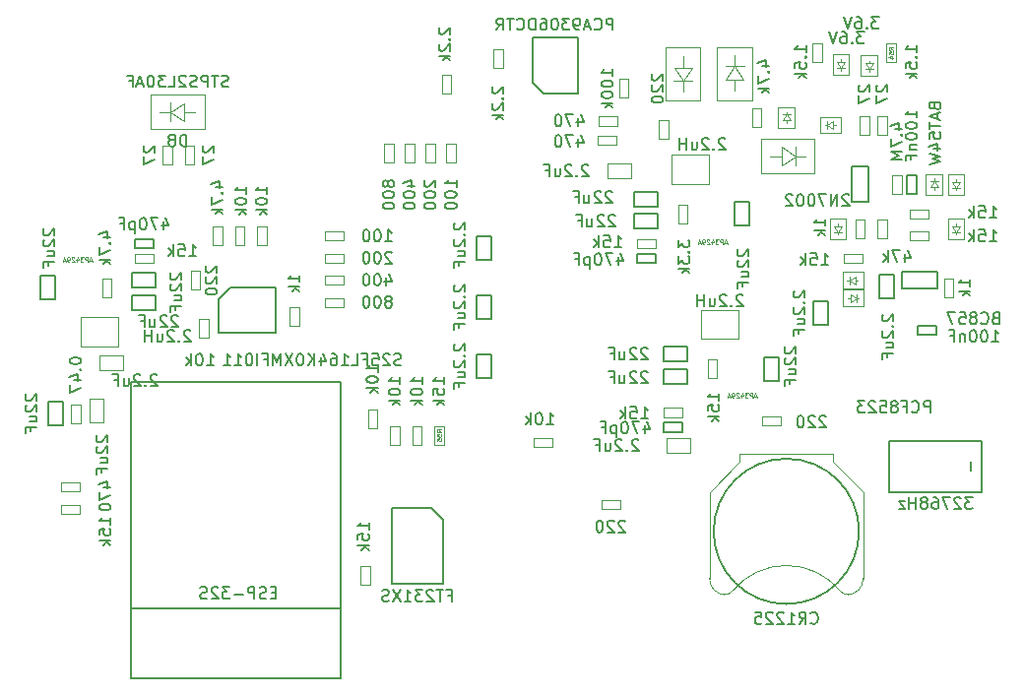
<source format=gbr>
G04 #@! TF.FileFunction,Other,Fab,Bot*
%FSLAX46Y46*%
G04 Gerber Fmt 4.6, Leading zero omitted, Abs format (unit mm)*
G04 Created by KiCad (PCBNEW 4.0.7+dfsg1-1) date Thu Oct 12 14:50:03 2017*
%MOMM*%
%LPD*%
G01*
G04 APERTURE LIST*
%ADD10C,0.100000*%
%ADD11C,0.150000*%
%ADD12C,0.075000*%
G04 APERTURE END LIST*
D10*
D11*
X126260434Y-112530338D02*
X108260434Y-112530338D01*
X108260434Y-118530338D02*
X108260434Y-93030338D01*
X126260434Y-118530338D02*
X126260434Y-93030338D01*
X126260434Y-93030338D02*
X108260434Y-93030338D01*
X126260434Y-118530338D02*
X108260434Y-118530338D01*
D10*
X154195000Y-64200000D02*
X154195000Y-68800000D01*
X154195000Y-68800000D02*
X157195000Y-68800000D01*
X157195000Y-64200000D02*
X154195000Y-64200000D01*
X157195000Y-64200000D02*
X157195000Y-68800000D01*
X155693980Y-67149440D02*
X155693980Y-68051140D01*
X155693980Y-65998820D02*
X155693980Y-65000600D01*
X156494080Y-67149440D02*
X154893880Y-67149440D01*
X154944680Y-65998820D02*
X156494080Y-65998820D01*
X155693980Y-67149440D02*
X154944680Y-65998820D01*
X155693980Y-67149440D02*
X156494080Y-65998820D01*
X153644000Y-72126000D02*
X154444000Y-72126000D01*
X153644000Y-70526000D02*
X153644000Y-72126000D01*
X154444000Y-70526000D02*
X153644000Y-70526000D01*
X154444000Y-72126000D02*
X154444000Y-70526000D01*
X160470000Y-89340000D02*
X160470000Y-86840000D01*
X157270000Y-89340000D02*
X160470000Y-89340000D01*
X157270000Y-86840000D02*
X157270000Y-89340000D01*
X160470000Y-86840000D02*
X157270000Y-86840000D01*
X157930000Y-76005000D02*
X157930000Y-73505000D01*
X154730000Y-76005000D02*
X157930000Y-76005000D01*
X154730000Y-73505000D02*
X154730000Y-76005000D01*
X157930000Y-73505000D02*
X154730000Y-73505000D01*
X103930000Y-87475000D02*
X103930000Y-89975000D01*
X107130000Y-87475000D02*
X103930000Y-87475000D01*
X107130000Y-89975000D02*
X107130000Y-87475000D01*
X103930000Y-89975000D02*
X107130000Y-89975000D01*
D11*
X101710000Y-83915000D02*
X100460000Y-83915000D01*
X101710000Y-85915000D02*
X101710000Y-83915000D01*
X100460000Y-85915000D02*
X101710000Y-85915000D01*
X100460000Y-83915000D02*
X100460000Y-85915000D01*
X154060000Y-90005000D02*
X154060000Y-91255000D01*
X156060000Y-90005000D02*
X154060000Y-90005000D01*
X156060000Y-91255000D02*
X156060000Y-90005000D01*
X154060000Y-91255000D02*
X156060000Y-91255000D01*
X154060000Y-91910000D02*
X154060000Y-93160000D01*
X156060000Y-91910000D02*
X154060000Y-91910000D01*
X156060000Y-93160000D02*
X156060000Y-91910000D01*
X154060000Y-93160000D02*
X156060000Y-93160000D01*
X162690000Y-92900000D02*
X163940000Y-92900000D01*
X162690000Y-90900000D02*
X162690000Y-92900000D01*
X163940000Y-90900000D02*
X162690000Y-90900000D01*
X163940000Y-92900000D02*
X163940000Y-90900000D01*
X151520000Y-78575000D02*
X151520000Y-79825000D01*
X153520000Y-78575000D02*
X151520000Y-78575000D01*
X153520000Y-79825000D02*
X153520000Y-78575000D01*
X151520000Y-79825000D02*
X153520000Y-79825000D01*
X151520000Y-76670000D02*
X151520000Y-77920000D01*
X153520000Y-76670000D02*
X151520000Y-76670000D01*
X153520000Y-77920000D02*
X153520000Y-76670000D01*
X151520000Y-77920000D02*
X153520000Y-77920000D01*
X160150000Y-79565000D02*
X161400000Y-79565000D01*
X160150000Y-77565000D02*
X160150000Y-79565000D01*
X161400000Y-77565000D02*
X160150000Y-77565000D01*
X161400000Y-79565000D02*
X161400000Y-77565000D01*
X110340000Y-84905000D02*
X110340000Y-83655000D01*
X108340000Y-84905000D02*
X110340000Y-84905000D01*
X108340000Y-83655000D02*
X108340000Y-84905000D01*
X110340000Y-83655000D02*
X108340000Y-83655000D01*
X110340000Y-86810000D02*
X110340000Y-85560000D01*
X108340000Y-86810000D02*
X110340000Y-86810000D01*
X108340000Y-85560000D02*
X108340000Y-86810000D01*
X110340000Y-85560000D02*
X108340000Y-85560000D01*
X172596000Y-85788000D02*
X173846000Y-85788000D01*
X172596000Y-83788000D02*
X172596000Y-85788000D01*
X173846000Y-83788000D02*
X172596000Y-83788000D01*
X173846000Y-85788000D02*
X173846000Y-83788000D01*
X177535000Y-83580000D02*
X174495000Y-83580000D01*
X174495000Y-84980000D02*
X174495000Y-83580000D01*
X177535000Y-84980000D02*
X177535000Y-83580000D01*
X177535000Y-84980000D02*
X174495000Y-84980000D01*
X170235000Y-74505000D02*
X170235000Y-77545000D01*
X171635000Y-77545000D02*
X170235000Y-77545000D01*
X171635000Y-74505000D02*
X170235000Y-74505000D01*
X171635000Y-74505000D02*
X171635000Y-77545000D01*
X154060000Y-96510000D02*
X154060000Y-97310000D01*
X155660000Y-96510000D02*
X154060000Y-96510000D01*
X155660000Y-97310000D02*
X155660000Y-96510000D01*
X154060000Y-97310000D02*
X155660000Y-97310000D01*
X151720000Y-81975000D02*
X151720000Y-82775000D01*
X153320000Y-81975000D02*
X151720000Y-81975000D01*
X153320000Y-82775000D02*
X153320000Y-81975000D01*
X151720000Y-82775000D02*
X153320000Y-82775000D01*
X110140000Y-81505000D02*
X110140000Y-80705000D01*
X108540000Y-81505000D02*
X110140000Y-81505000D01*
X108540000Y-80705000D02*
X108540000Y-81505000D01*
X110140000Y-80705000D02*
X108540000Y-80705000D01*
X175780000Y-75225000D02*
X174980000Y-75225000D01*
X175780000Y-76825000D02*
X175780000Y-75225000D01*
X174980000Y-76825000D02*
X175780000Y-76825000D01*
X174980000Y-75225000D02*
X174980000Y-76825000D01*
D10*
X169500000Y-81975000D02*
X169500000Y-82775000D01*
X171100000Y-81975000D02*
X169500000Y-81975000D01*
X171100000Y-82775000D02*
X171100000Y-81975000D01*
X169500000Y-82775000D02*
X171100000Y-82775000D01*
X172440000Y-80635000D02*
X173240000Y-80635000D01*
X172440000Y-79035000D02*
X172440000Y-80635000D01*
X173240000Y-79035000D02*
X172440000Y-79035000D01*
X173240000Y-80635000D02*
X173240000Y-79035000D01*
X176815000Y-80870000D02*
X176815000Y-80070000D01*
X175215000Y-80870000D02*
X176815000Y-80870000D01*
X175215000Y-80070000D02*
X175215000Y-80870000D01*
X176815000Y-80070000D02*
X175215000Y-80070000D01*
X174510000Y-75225000D02*
X173710000Y-75225000D01*
X174510000Y-76825000D02*
X174510000Y-75225000D01*
X173710000Y-76825000D02*
X174510000Y-76825000D01*
X173710000Y-75225000D02*
X173710000Y-76825000D01*
X178955000Y-84115000D02*
X178155000Y-84115000D01*
X178955000Y-85715000D02*
X178955000Y-84115000D01*
X178155000Y-85715000D02*
X178955000Y-85715000D01*
X178155000Y-84115000D02*
X178155000Y-85715000D01*
X114185000Y-83480000D02*
X113385000Y-83480000D01*
X114185000Y-85080000D02*
X114185000Y-83480000D01*
X113385000Y-85080000D02*
X114185000Y-85080000D01*
X113385000Y-83480000D02*
X113385000Y-85080000D01*
X170535000Y-80635000D02*
X171335000Y-80635000D01*
X170535000Y-79035000D02*
X170535000Y-80635000D01*
X171335000Y-79035000D02*
X170535000Y-79035000D01*
X171335000Y-80635000D02*
X171335000Y-79035000D01*
X128790000Y-108880000D02*
X127990000Y-108880000D01*
X128790000Y-110480000D02*
X128790000Y-108880000D01*
X127990000Y-110480000D02*
X128790000Y-110480000D01*
X127990000Y-108880000D02*
X127990000Y-110480000D01*
X150272000Y-103984000D02*
X150272000Y-103184000D01*
X148672000Y-103984000D02*
X150272000Y-103984000D01*
X148672000Y-103184000D02*
X148672000Y-103984000D01*
X150272000Y-103184000D02*
X148672000Y-103184000D01*
X176815000Y-78965000D02*
X176815000Y-78165000D01*
X175215000Y-78965000D02*
X176815000Y-78965000D01*
X175215000Y-78165000D02*
X175215000Y-78965000D01*
X176815000Y-78165000D02*
X175215000Y-78165000D01*
X154060000Y-95240000D02*
X154060000Y-96040000D01*
X155660000Y-95240000D02*
X154060000Y-95240000D01*
X155660000Y-96040000D02*
X155660000Y-95240000D01*
X154060000Y-96040000D02*
X155660000Y-96040000D01*
X110140000Y-82775000D02*
X110140000Y-81975000D01*
X108540000Y-82775000D02*
X110140000Y-82775000D01*
X108540000Y-81975000D02*
X108540000Y-82775000D01*
X110140000Y-81975000D02*
X108540000Y-81975000D01*
X151720000Y-80705000D02*
X151720000Y-81505000D01*
X153320000Y-80705000D02*
X151720000Y-80705000D01*
X153320000Y-81505000D02*
X153320000Y-80705000D01*
X151720000Y-81505000D02*
X153320000Y-81505000D01*
X158635000Y-91100000D02*
X157835000Y-91100000D01*
X158635000Y-92700000D02*
X158635000Y-91100000D01*
X157835000Y-92700000D02*
X158635000Y-92700000D01*
X157835000Y-91100000D02*
X157835000Y-92700000D01*
X105765000Y-85715000D02*
X106565000Y-85715000D01*
X105765000Y-84115000D02*
X105765000Y-85715000D01*
X106565000Y-84115000D02*
X105765000Y-84115000D01*
X106565000Y-85715000D02*
X106565000Y-84115000D01*
X156095000Y-77765000D02*
X155295000Y-77765000D01*
X156095000Y-79365000D02*
X156095000Y-77765000D01*
X155295000Y-79365000D02*
X156095000Y-79365000D01*
X155295000Y-77765000D02*
X155295000Y-79365000D01*
X126482000Y-86585000D02*
X126482000Y-85785000D01*
X124882000Y-86585000D02*
X126482000Y-86585000D01*
X124882000Y-85785000D02*
X124882000Y-86585000D01*
X126482000Y-85785000D02*
X124882000Y-85785000D01*
X126482000Y-84679000D02*
X126482000Y-83879000D01*
X124882000Y-84679000D02*
X126482000Y-84679000D01*
X124882000Y-83879000D02*
X124882000Y-84679000D01*
X126482000Y-83879000D02*
X124882000Y-83879000D01*
X126482000Y-82775000D02*
X126482000Y-81975000D01*
X124882000Y-82775000D02*
X126482000Y-82775000D01*
X124882000Y-81975000D02*
X124882000Y-82775000D01*
X126482000Y-81975000D02*
X124882000Y-81975000D01*
X126482000Y-80870000D02*
X126482000Y-80070000D01*
X124882000Y-80870000D02*
X126482000Y-80870000D01*
X124882000Y-80070000D02*
X124882000Y-80870000D01*
X126482000Y-80070000D02*
X124882000Y-80070000D01*
X130022000Y-74158000D02*
X130822000Y-74158000D01*
X130022000Y-72558000D02*
X130022000Y-74158000D01*
X130822000Y-72558000D02*
X130022000Y-72558000D01*
X130822000Y-74158000D02*
X130822000Y-72558000D01*
X131800000Y-74158000D02*
X132600000Y-74158000D01*
X131800000Y-72558000D02*
X131800000Y-74158000D01*
X132600000Y-72558000D02*
X131800000Y-72558000D01*
X132600000Y-74158000D02*
X132600000Y-72558000D01*
X133578000Y-74158000D02*
X134378000Y-74158000D01*
X133578000Y-72558000D02*
X133578000Y-74158000D01*
X134378000Y-72558000D02*
X133578000Y-72558000D01*
X134378000Y-74158000D02*
X134378000Y-72558000D01*
X135356000Y-74158000D02*
X136156000Y-74158000D01*
X135356000Y-72558000D02*
X135356000Y-74158000D01*
X136156000Y-72558000D02*
X135356000Y-72558000D01*
X136156000Y-74158000D02*
X136156000Y-72558000D01*
D11*
X115780000Y-85870000D02*
X115780000Y-88770000D01*
X115780000Y-88770000D02*
X120680000Y-88770000D01*
X120680000Y-88770000D02*
X120680000Y-84870000D01*
X120680000Y-84870000D02*
X116780000Y-84870000D01*
X116780000Y-84870000D02*
X115780000Y-85870000D01*
X175850000Y-88198000D02*
X175850000Y-88998000D01*
X177450000Y-88198000D02*
X175850000Y-88198000D01*
X177450000Y-88998000D02*
X177450000Y-88198000D01*
X175850000Y-88998000D02*
X177450000Y-88998000D01*
X143730000Y-68250000D02*
X146630000Y-68250000D01*
X146630000Y-68250000D02*
X146630000Y-63350000D01*
X146630000Y-63350000D02*
X142730000Y-63350000D01*
X142730000Y-63350000D02*
X142730000Y-67250000D01*
X142730000Y-67250000D02*
X143730000Y-68250000D01*
D10*
X161645000Y-71110000D02*
X162445000Y-71110000D01*
X161645000Y-69510000D02*
X161645000Y-71110000D01*
X162445000Y-69510000D02*
X161645000Y-69510000D01*
X162445000Y-71110000D02*
X162445000Y-69510000D01*
X139420000Y-66030000D02*
X140220000Y-66030000D01*
X139420000Y-64430000D02*
X139420000Y-66030000D01*
X140220000Y-64430000D02*
X139420000Y-64430000D01*
X140220000Y-66030000D02*
X140220000Y-64430000D01*
X134975000Y-68232000D02*
X135775000Y-68232000D01*
X134975000Y-66632000D02*
X134975000Y-68232000D01*
X135775000Y-66632000D02*
X134975000Y-66632000D01*
X135775000Y-68232000D02*
X135775000Y-66632000D01*
X150215000Y-68570000D02*
X151015000Y-68570000D01*
X150215000Y-66970000D02*
X150215000Y-68570000D01*
X151015000Y-66970000D02*
X150215000Y-66970000D01*
X151015000Y-68570000D02*
X151015000Y-66970000D01*
X149975000Y-72615000D02*
X149975000Y-71815000D01*
X148375000Y-72615000D02*
X149975000Y-72615000D01*
X148375000Y-71815000D02*
X148375000Y-72615000D01*
X149975000Y-71815000D02*
X148375000Y-71815000D01*
X150080000Y-71000000D02*
X150080000Y-70200000D01*
X148480000Y-71000000D02*
X150080000Y-71000000D01*
X148480000Y-70200000D02*
X148480000Y-71000000D01*
X150080000Y-70200000D02*
X148480000Y-70200000D01*
D11*
X134035000Y-103890000D02*
X130635000Y-103890000D01*
X130635000Y-103890000D02*
X130635000Y-110390000D01*
X130635000Y-110390000D02*
X135035000Y-110390000D01*
X135035000Y-110390000D02*
X135035000Y-104890000D01*
X135035000Y-104890000D02*
X134035000Y-103890000D01*
D10*
X119900000Y-79670000D02*
X119100000Y-79670000D01*
X119900000Y-81270000D02*
X119900000Y-79670000D01*
X119100000Y-81270000D02*
X119900000Y-81270000D01*
X119100000Y-79670000D02*
X119100000Y-81270000D01*
X114080000Y-89200000D02*
X114880000Y-89200000D01*
X114080000Y-87600000D02*
X114080000Y-89200000D01*
X114880000Y-87600000D02*
X114080000Y-87600000D01*
X114880000Y-89200000D02*
X114880000Y-87600000D01*
X128625000Y-96975000D02*
X129425000Y-96975000D01*
X128625000Y-95375000D02*
X128625000Y-96975000D01*
X129425000Y-95375000D02*
X128625000Y-95375000D01*
X129425000Y-96975000D02*
X129425000Y-95375000D01*
X117995000Y-79670000D02*
X117195000Y-79670000D01*
X117995000Y-81270000D02*
X117995000Y-79670000D01*
X117195000Y-81270000D02*
X117995000Y-81270000D01*
X117195000Y-79670000D02*
X117195000Y-81270000D01*
X122680000Y-86600000D02*
X121880000Y-86600000D01*
X122680000Y-88200000D02*
X122680000Y-86600000D01*
X121880000Y-88200000D02*
X122680000Y-88200000D01*
X121880000Y-86600000D02*
X121880000Y-88200000D01*
X116090000Y-79670000D02*
X115290000Y-79670000D01*
X116090000Y-81270000D02*
X116090000Y-79670000D01*
X115290000Y-81270000D02*
X116090000Y-81270000D01*
X115290000Y-79670000D02*
X115290000Y-81270000D01*
X144430000Y-98650000D02*
X144430000Y-97850000D01*
X142830000Y-98650000D02*
X144430000Y-98650000D01*
X142830000Y-97850000D02*
X142830000Y-98650000D01*
X144430000Y-97850000D02*
X142830000Y-97850000D01*
X132435000Y-98415000D02*
X133235000Y-98415000D01*
X132435000Y-96815000D02*
X132435000Y-98415000D01*
X133235000Y-96815000D02*
X132435000Y-96815000D01*
X133235000Y-98415000D02*
X133235000Y-96815000D01*
X130530000Y-98415000D02*
X131330000Y-98415000D01*
X130530000Y-96815000D02*
X130530000Y-98415000D01*
X131330000Y-96815000D02*
X130530000Y-96815000D01*
X131330000Y-98415000D02*
X131330000Y-96815000D01*
X102190000Y-103565000D02*
X102190000Y-104365000D01*
X103790000Y-103565000D02*
X102190000Y-103565000D01*
X103790000Y-104365000D02*
X103790000Y-103565000D01*
X102190000Y-104365000D02*
X103790000Y-104365000D01*
X102190000Y-101660000D02*
X102190000Y-102460000D01*
X103790000Y-101660000D02*
X102190000Y-101660000D01*
X103790000Y-102460000D02*
X103790000Y-101660000D01*
X102190000Y-102460000D02*
X103790000Y-102460000D01*
X103098000Y-96594000D02*
X103898000Y-96594000D01*
X103098000Y-94994000D02*
X103098000Y-96594000D01*
X103898000Y-94994000D02*
X103098000Y-94994000D01*
X103898000Y-96594000D02*
X103898000Y-94994000D01*
D11*
X166881000Y-88074000D02*
X168131000Y-88074000D01*
X166881000Y-86074000D02*
X166881000Y-88074000D01*
X168131000Y-86074000D02*
X166881000Y-86074000D01*
X168131000Y-88074000D02*
X168131000Y-86074000D01*
D10*
X164115000Y-96745000D02*
X164115000Y-95945000D01*
X162515000Y-96745000D02*
X164115000Y-96745000D01*
X162515000Y-95945000D02*
X162515000Y-96745000D01*
X164115000Y-95945000D02*
X162515000Y-95945000D01*
X166852000Y-65522000D02*
X167652000Y-65522000D01*
X166852000Y-63922000D02*
X166852000Y-65522000D01*
X167652000Y-63922000D02*
X166852000Y-63922000D01*
X167652000Y-65522000D02*
X167652000Y-63922000D01*
D11*
X139175000Y-90646000D02*
X137925000Y-90646000D01*
X139175000Y-92646000D02*
X139175000Y-90646000D01*
X137925000Y-92646000D02*
X139175000Y-92646000D01*
X137925000Y-90646000D02*
X137925000Y-92646000D01*
X137925000Y-82486000D02*
X139175000Y-82486000D01*
X137925000Y-80486000D02*
X137925000Y-82486000D01*
X139175000Y-80486000D02*
X137925000Y-80486000D01*
X139175000Y-82486000D02*
X139175000Y-80486000D01*
X139175000Y-85566000D02*
X137925000Y-85566000D01*
X139175000Y-87566000D02*
X139175000Y-85566000D01*
X137925000Y-87566000D02*
X139175000Y-87566000D01*
X137925000Y-85566000D02*
X137925000Y-87566000D01*
X102345000Y-94710000D02*
X101095000Y-94710000D01*
X102345000Y-96710000D02*
X102345000Y-94710000D01*
X101095000Y-96710000D02*
X102345000Y-96710000D01*
X101095000Y-94710000D02*
X101095000Y-96710000D01*
D10*
X112877000Y-74285000D02*
X113677000Y-74285000D01*
X112877000Y-72685000D02*
X112877000Y-74285000D01*
X113677000Y-72685000D02*
X112877000Y-72685000D01*
X113677000Y-74285000D02*
X113677000Y-72685000D01*
X110972000Y-74285000D02*
X111772000Y-74285000D01*
X110972000Y-72685000D02*
X110972000Y-74285000D01*
X111772000Y-72685000D02*
X110972000Y-72685000D01*
X111772000Y-74285000D02*
X111772000Y-72685000D01*
X172440000Y-71745000D02*
X173240000Y-71745000D01*
X172440000Y-70145000D02*
X172440000Y-71745000D01*
X173240000Y-70145000D02*
X172440000Y-70145000D01*
X173240000Y-71745000D02*
X173240000Y-70145000D01*
X170916000Y-71745000D02*
X171716000Y-71745000D01*
X170916000Y-70145000D02*
X170916000Y-71745000D01*
X171716000Y-70145000D02*
X170916000Y-70145000D01*
X171716000Y-71745000D02*
X171716000Y-70145000D01*
D11*
X181412000Y-98082000D02*
X181412000Y-102482000D01*
X173412000Y-98082000D02*
X181412000Y-98082000D01*
X173412000Y-102482000D02*
X173412000Y-98082000D01*
X181412000Y-102482000D02*
X173412000Y-102482000D01*
X180412000Y-99882000D02*
X180412000Y-100682000D01*
D10*
X177285000Y-76225000D02*
X177285000Y-76475000D01*
X177635000Y-76225000D02*
X177285000Y-75725000D01*
X176935000Y-76225000D02*
X177635000Y-76225000D01*
X177285000Y-75725000D02*
X176935000Y-76225000D01*
X177285000Y-75725000D02*
X177285000Y-75525000D01*
X176935000Y-75725000D02*
X177635000Y-75725000D01*
X177985000Y-75125000D02*
X176585000Y-75125000D01*
X177985000Y-76925000D02*
X177985000Y-75125000D01*
X176585000Y-76925000D02*
X177985000Y-76925000D01*
X176585000Y-75125000D02*
X176585000Y-76925000D01*
X104656000Y-96456000D02*
X105896000Y-96456000D01*
X104656000Y-94456000D02*
X104656000Y-96456000D01*
X105896000Y-94456000D02*
X104656000Y-94456000D01*
X105896000Y-96456000D02*
X105896000Y-94456000D01*
X170500000Y-84280000D02*
X170750000Y-84280000D01*
X170500000Y-83930000D02*
X170000000Y-84280000D01*
X170500000Y-84630000D02*
X170500000Y-83930000D01*
X170000000Y-84280000D02*
X170500000Y-84630000D01*
X170000000Y-84280000D02*
X169800000Y-84280000D01*
X170000000Y-84630000D02*
X170000000Y-83930000D01*
X169400000Y-83580000D02*
X169400000Y-84980000D01*
X171200000Y-83580000D02*
X169400000Y-83580000D01*
X171200000Y-84980000D02*
X171200000Y-83580000D01*
X169400000Y-84980000D02*
X171200000Y-84980000D01*
X179190000Y-79635000D02*
X179190000Y-79385000D01*
X178840000Y-79635000D02*
X179190000Y-80135000D01*
X179540000Y-79635000D02*
X178840000Y-79635000D01*
X179190000Y-80135000D02*
X179540000Y-79635000D01*
X179190000Y-80135000D02*
X179190000Y-80335000D01*
X179540000Y-80135000D02*
X178840000Y-80135000D01*
X178490000Y-80735000D02*
X179890000Y-80735000D01*
X178490000Y-78935000D02*
X178490000Y-80735000D01*
X179890000Y-78935000D02*
X178490000Y-78935000D01*
X179890000Y-80735000D02*
X179890000Y-78935000D01*
X169030000Y-79635000D02*
X169030000Y-79385000D01*
X168680000Y-79635000D02*
X169030000Y-80135000D01*
X169380000Y-79635000D02*
X168680000Y-79635000D01*
X169030000Y-80135000D02*
X169380000Y-79635000D01*
X169030000Y-80135000D02*
X169030000Y-80335000D01*
X169380000Y-80135000D02*
X168680000Y-80135000D01*
X168330000Y-80735000D02*
X169730000Y-80735000D01*
X168330000Y-78935000D02*
X168330000Y-80735000D01*
X169730000Y-78935000D02*
X168330000Y-78935000D01*
X169730000Y-80735000D02*
X169730000Y-78935000D01*
X170100000Y-85804000D02*
X169850000Y-85804000D01*
X170100000Y-86154000D02*
X170600000Y-85804000D01*
X170100000Y-85454000D02*
X170100000Y-86154000D01*
X170600000Y-85804000D02*
X170100000Y-85454000D01*
X170600000Y-85804000D02*
X170800000Y-85804000D01*
X170600000Y-85454000D02*
X170600000Y-86154000D01*
X171200000Y-86504000D02*
X171200000Y-85104000D01*
X169400000Y-86504000D02*
X171200000Y-86504000D01*
X169400000Y-85104000D02*
X169400000Y-86504000D01*
X171200000Y-85104000D02*
X169400000Y-85104000D01*
X179190000Y-75825000D02*
X179190000Y-75575000D01*
X178840000Y-75825000D02*
X179190000Y-76325000D01*
X179540000Y-75825000D02*
X178840000Y-75825000D01*
X179190000Y-76325000D02*
X179540000Y-75825000D01*
X179190000Y-76325000D02*
X179190000Y-76525000D01*
X179540000Y-76325000D02*
X178840000Y-76325000D01*
X178490000Y-76925000D02*
X179890000Y-76925000D01*
X178490000Y-75125000D02*
X178490000Y-76925000D01*
X179890000Y-75125000D02*
X178490000Y-75125000D01*
X179890000Y-76925000D02*
X179890000Y-75125000D01*
X168595000Y-70945000D02*
X168845000Y-70945000D01*
X168595000Y-70595000D02*
X168095000Y-70945000D01*
X168595000Y-71295000D02*
X168595000Y-70595000D01*
X168095000Y-70945000D02*
X168595000Y-71295000D01*
X168095000Y-70945000D02*
X167895000Y-70945000D01*
X168095000Y-71295000D02*
X168095000Y-70595000D01*
X167495000Y-70245000D02*
X167495000Y-71645000D01*
X169295000Y-70245000D02*
X167495000Y-70245000D01*
X169295000Y-71645000D02*
X169295000Y-70245000D01*
X167495000Y-71645000D02*
X169295000Y-71645000D01*
X164585000Y-70510000D02*
X164585000Y-70760000D01*
X164935000Y-70510000D02*
X164585000Y-70010000D01*
X164235000Y-70510000D02*
X164935000Y-70510000D01*
X164585000Y-70010000D02*
X164235000Y-70510000D01*
X164585000Y-70010000D02*
X164585000Y-69810000D01*
X164235000Y-70010000D02*
X164935000Y-70010000D01*
X165285000Y-69410000D02*
X163885000Y-69410000D01*
X165285000Y-71210000D02*
X165285000Y-69410000D01*
X163885000Y-71210000D02*
X165285000Y-71210000D01*
X163885000Y-69410000D02*
X163885000Y-71210000D01*
X169284000Y-65538000D02*
X169284000Y-65288000D01*
X168934000Y-65538000D02*
X169284000Y-66038000D01*
X169634000Y-65538000D02*
X168934000Y-65538000D01*
X169284000Y-66038000D02*
X169634000Y-65538000D01*
X169284000Y-66038000D02*
X169284000Y-66238000D01*
X169634000Y-66038000D02*
X168934000Y-66038000D01*
X168584000Y-66638000D02*
X169984000Y-66638000D01*
X168584000Y-64838000D02*
X168584000Y-66638000D01*
X169984000Y-64838000D02*
X168584000Y-64838000D01*
X169984000Y-66638000D02*
X169984000Y-64838000D01*
X171697000Y-65631000D02*
X171697000Y-65381000D01*
X171347000Y-65631000D02*
X171697000Y-66131000D01*
X172047000Y-65631000D02*
X171347000Y-65631000D01*
X171697000Y-66131000D02*
X172047000Y-65631000D01*
X171697000Y-66131000D02*
X171697000Y-66331000D01*
X172047000Y-66131000D02*
X171347000Y-66131000D01*
X170997000Y-66731000D02*
X172397000Y-66731000D01*
X170997000Y-64931000D02*
X170997000Y-66731000D01*
X172397000Y-64931000D02*
X170997000Y-64931000D01*
X172397000Y-66731000D02*
X172397000Y-64931000D01*
X114561000Y-68302000D02*
X109961000Y-68302000D01*
X109961000Y-68302000D02*
X109961000Y-71302000D01*
X114561000Y-71302000D02*
X114561000Y-68302000D01*
X114561000Y-71302000D02*
X109961000Y-71302000D01*
X111611560Y-69800980D02*
X110709860Y-69800980D01*
X112762180Y-69800980D02*
X113760400Y-69800980D01*
X111611560Y-70601080D02*
X111611560Y-69000880D01*
X112762180Y-69051680D02*
X112762180Y-70601080D01*
X111611560Y-69800980D02*
X112762180Y-69051680D01*
X111611560Y-69800980D02*
X112762180Y-70601080D01*
X162412000Y-75112000D02*
X167012000Y-75112000D01*
X167012000Y-75112000D02*
X167012000Y-72112000D01*
X162412000Y-72112000D02*
X162412000Y-75112000D01*
X162412000Y-72112000D02*
X167012000Y-72112000D01*
X165361440Y-73613020D02*
X166263140Y-73613020D01*
X164210820Y-73613020D02*
X163212600Y-73613020D01*
X165361440Y-72812920D02*
X165361440Y-74413120D01*
X164210820Y-74362320D02*
X164210820Y-72812920D01*
X165361440Y-73613020D02*
X164210820Y-74362320D01*
X165361440Y-73613020D02*
X164210820Y-72812920D01*
X161640000Y-68800000D02*
X161640000Y-64200000D01*
X161640000Y-64200000D02*
X158640000Y-64200000D01*
X158640000Y-68800000D02*
X161640000Y-68800000D01*
X158640000Y-68800000D02*
X158640000Y-64200000D01*
X160141020Y-65850560D02*
X160141020Y-64948860D01*
X160141020Y-67001180D02*
X160141020Y-67999400D01*
X159340920Y-65850560D02*
X160941120Y-65850560D01*
X160890320Y-67001180D02*
X159340920Y-67001180D01*
X160141020Y-65850560D02*
X160890320Y-67001180D01*
X160141020Y-65850560D02*
X159340920Y-67001180D01*
X154314000Y-97884000D02*
X154314000Y-99124000D01*
X156314000Y-97884000D02*
X154314000Y-97884000D01*
X156314000Y-99124000D02*
X156314000Y-97884000D01*
X154314000Y-99124000D02*
X156314000Y-99124000D01*
X107546000Y-92012000D02*
X107546000Y-90772000D01*
X105546000Y-92012000D02*
X107546000Y-92012000D01*
X105546000Y-90772000D02*
X105546000Y-92012000D01*
X107546000Y-90772000D02*
X105546000Y-90772000D01*
X151234000Y-75502000D02*
X151234000Y-74262000D01*
X149234000Y-75502000D02*
X151234000Y-75502000D01*
X149234000Y-74262000D02*
X149234000Y-75502000D01*
X151234000Y-74262000D02*
X149234000Y-74262000D01*
X173202000Y-65522000D02*
X174002000Y-65522000D01*
X173202000Y-63922000D02*
X173202000Y-65522000D01*
X174002000Y-63922000D02*
X173202000Y-63922000D01*
X174002000Y-65522000D02*
X174002000Y-63922000D01*
X135140000Y-96815000D02*
X134340000Y-96815000D01*
X135140000Y-98415000D02*
X135140000Y-96815000D01*
X134340000Y-98415000D02*
X135140000Y-98415000D01*
X134340000Y-96815000D02*
X134340000Y-98415000D01*
D11*
X170835000Y-105870000D02*
G75*
G03X170835000Y-105870000I-6250000J0D01*
G01*
D10*
X159206987Y-111317558D02*
G75*
G03X159985000Y-110970000I88013J847558D01*
G01*
X169963013Y-111317558D02*
G75*
G02X169185000Y-110970000I-88013J847558D01*
G01*
X159977095Y-110979589D02*
G75*
G02X169185000Y-110970000I4607905J-3790411D01*
G01*
X157985000Y-109920000D02*
G75*
G03X159285000Y-111320000I1350000J-50000D01*
G01*
X171185000Y-109920000D02*
G75*
G02X169885000Y-111320000I-1350000J-50000D01*
G01*
X157985000Y-102470000D02*
X157985000Y-109970000D01*
X171185000Y-102470000D02*
X171185000Y-109970000D01*
X160585000Y-99870000D02*
X157985000Y-102470000D01*
X168585000Y-99870000D02*
X171185000Y-102470000D01*
X160585000Y-99170000D02*
X160585000Y-99870000D01*
X168585000Y-99170000D02*
X168585000Y-99870000D01*
X168585000Y-99170000D02*
X160585000Y-99170000D01*
D11*
X120706095Y-111132571D02*
X120372761Y-111132571D01*
X120229904Y-111656381D02*
X120706095Y-111656381D01*
X120706095Y-110656381D01*
X120229904Y-110656381D01*
X119848952Y-111608762D02*
X119706095Y-111656381D01*
X119467999Y-111656381D01*
X119372761Y-111608762D01*
X119325142Y-111561143D01*
X119277523Y-111465905D01*
X119277523Y-111370667D01*
X119325142Y-111275429D01*
X119372761Y-111227810D01*
X119467999Y-111180190D01*
X119658476Y-111132571D01*
X119753714Y-111084952D01*
X119801333Y-111037333D01*
X119848952Y-110942095D01*
X119848952Y-110846857D01*
X119801333Y-110751619D01*
X119753714Y-110704000D01*
X119658476Y-110656381D01*
X119420380Y-110656381D01*
X119277523Y-110704000D01*
X118848952Y-111656381D02*
X118848952Y-110656381D01*
X118467999Y-110656381D01*
X118372761Y-110704000D01*
X118325142Y-110751619D01*
X118277523Y-110846857D01*
X118277523Y-110989714D01*
X118325142Y-111084952D01*
X118372761Y-111132571D01*
X118467999Y-111180190D01*
X118848952Y-111180190D01*
X117848952Y-111275429D02*
X117087047Y-111275429D01*
X116706095Y-110656381D02*
X116087047Y-110656381D01*
X116420381Y-111037333D01*
X116277523Y-111037333D01*
X116182285Y-111084952D01*
X116134666Y-111132571D01*
X116087047Y-111227810D01*
X116087047Y-111465905D01*
X116134666Y-111561143D01*
X116182285Y-111608762D01*
X116277523Y-111656381D01*
X116563238Y-111656381D01*
X116658476Y-111608762D01*
X116706095Y-111561143D01*
X115706095Y-110751619D02*
X115658476Y-110704000D01*
X115563238Y-110656381D01*
X115325142Y-110656381D01*
X115229904Y-110704000D01*
X115182285Y-110751619D01*
X115134666Y-110846857D01*
X115134666Y-110942095D01*
X115182285Y-111084952D01*
X115753714Y-111656381D01*
X115134666Y-111656381D01*
X114753714Y-111608762D02*
X114610857Y-111656381D01*
X114372761Y-111656381D01*
X114277523Y-111608762D01*
X114229904Y-111561143D01*
X114182285Y-111465905D01*
X114182285Y-111370667D01*
X114229904Y-111275429D01*
X114277523Y-111227810D01*
X114372761Y-111180190D01*
X114563238Y-111132571D01*
X114658476Y-111084952D01*
X114706095Y-111037333D01*
X114753714Y-110942095D01*
X114753714Y-110846857D01*
X114706095Y-110751619D01*
X114658476Y-110704000D01*
X114563238Y-110656381D01*
X114325142Y-110656381D01*
X114182285Y-110704000D01*
X153083619Y-66531905D02*
X153036000Y-66579524D01*
X152988381Y-66674762D01*
X152988381Y-66912858D01*
X153036000Y-67008096D01*
X153083619Y-67055715D01*
X153178857Y-67103334D01*
X153274095Y-67103334D01*
X153416952Y-67055715D01*
X153988381Y-66484286D01*
X153988381Y-67103334D01*
X153083619Y-67484286D02*
X153036000Y-67531905D01*
X152988381Y-67627143D01*
X152988381Y-67865239D01*
X153036000Y-67960477D01*
X153083619Y-68008096D01*
X153178857Y-68055715D01*
X153274095Y-68055715D01*
X153416952Y-68008096D01*
X153988381Y-67436667D01*
X153988381Y-68055715D01*
X152988381Y-68674762D02*
X152988381Y-68770001D01*
X153036000Y-68865239D01*
X153083619Y-68912858D01*
X153178857Y-68960477D01*
X153369333Y-69008096D01*
X153607429Y-69008096D01*
X153797905Y-68960477D01*
X153893143Y-68912858D01*
X153940762Y-68865239D01*
X153988381Y-68770001D01*
X153988381Y-68674762D01*
X153940762Y-68579524D01*
X153893143Y-68531905D01*
X153797905Y-68484286D01*
X153607429Y-68436667D01*
X153369333Y-68436667D01*
X153178857Y-68484286D01*
X153083619Y-68531905D01*
X153036000Y-68579524D01*
X152988381Y-68674762D01*
X160846190Y-85605619D02*
X160798571Y-85558000D01*
X160703333Y-85510381D01*
X160465237Y-85510381D01*
X160369999Y-85558000D01*
X160322380Y-85605619D01*
X160274761Y-85700857D01*
X160274761Y-85796095D01*
X160322380Y-85938952D01*
X160893809Y-86510381D01*
X160274761Y-86510381D01*
X159846190Y-86415143D02*
X159798571Y-86462762D01*
X159846190Y-86510381D01*
X159893809Y-86462762D01*
X159846190Y-86415143D01*
X159846190Y-86510381D01*
X159417619Y-85605619D02*
X159370000Y-85558000D01*
X159274762Y-85510381D01*
X159036666Y-85510381D01*
X158941428Y-85558000D01*
X158893809Y-85605619D01*
X158846190Y-85700857D01*
X158846190Y-85796095D01*
X158893809Y-85938952D01*
X159465238Y-86510381D01*
X158846190Y-86510381D01*
X157989047Y-85843714D02*
X157989047Y-86510381D01*
X158417619Y-85843714D02*
X158417619Y-86367524D01*
X158370000Y-86462762D01*
X158274762Y-86510381D01*
X158131904Y-86510381D01*
X158036666Y-86462762D01*
X157989047Y-86415143D01*
X157512857Y-86510381D02*
X157512857Y-85510381D01*
X157512857Y-85986571D02*
X156941428Y-85986571D01*
X156941428Y-86510381D02*
X156941428Y-85510381D01*
D10*
X162003571Y-94252667D02*
X161813094Y-94252667D01*
X162041666Y-94366952D02*
X161908332Y-93966952D01*
X161774999Y-94366952D01*
X161641666Y-94366952D02*
X161641666Y-93966952D01*
X161489285Y-93966952D01*
X161451190Y-93986000D01*
X161432142Y-94005048D01*
X161413094Y-94043143D01*
X161413094Y-94100286D01*
X161432142Y-94138381D01*
X161451190Y-94157429D01*
X161489285Y-94176476D01*
X161641666Y-94176476D01*
X161279761Y-93966952D02*
X161032142Y-93966952D01*
X161165475Y-94119333D01*
X161108333Y-94119333D01*
X161070237Y-94138381D01*
X161051190Y-94157429D01*
X161032142Y-94195524D01*
X161032142Y-94290762D01*
X161051190Y-94328857D01*
X161070237Y-94347905D01*
X161108333Y-94366952D01*
X161222618Y-94366952D01*
X161260714Y-94347905D01*
X161279761Y-94328857D01*
X160689285Y-94100286D02*
X160689285Y-94366952D01*
X160784523Y-93947905D02*
X160879762Y-94233619D01*
X160632142Y-94233619D01*
X160498810Y-94005048D02*
X160479762Y-93986000D01*
X160441667Y-93966952D01*
X160346429Y-93966952D01*
X160308333Y-93986000D01*
X160289286Y-94005048D01*
X160270238Y-94043143D01*
X160270238Y-94081238D01*
X160289286Y-94138381D01*
X160517857Y-94366952D01*
X160270238Y-94366952D01*
X160079762Y-94366952D02*
X160003572Y-94366952D01*
X159965477Y-94347905D01*
X159946429Y-94328857D01*
X159908334Y-94271714D01*
X159889286Y-94195524D01*
X159889286Y-94043143D01*
X159908334Y-94005048D01*
X159927381Y-93986000D01*
X159965477Y-93966952D01*
X160041667Y-93966952D01*
X160079762Y-93986000D01*
X160098810Y-94005048D01*
X160117858Y-94043143D01*
X160117858Y-94138381D01*
X160098810Y-94176476D01*
X160079762Y-94195524D01*
X160041667Y-94214571D01*
X159965477Y-94214571D01*
X159927381Y-94195524D01*
X159908334Y-94176476D01*
X159889286Y-94138381D01*
X159736906Y-94252667D02*
X159546429Y-94252667D01*
X159775001Y-94366952D02*
X159641667Y-93966952D01*
X159508334Y-94366952D01*
D11*
X159322190Y-72143619D02*
X159274571Y-72096000D01*
X159179333Y-72048381D01*
X158941237Y-72048381D01*
X158845999Y-72096000D01*
X158798380Y-72143619D01*
X158750761Y-72238857D01*
X158750761Y-72334095D01*
X158798380Y-72476952D01*
X159369809Y-73048381D01*
X158750761Y-73048381D01*
X158322190Y-72953143D02*
X158274571Y-73000762D01*
X158322190Y-73048381D01*
X158369809Y-73000762D01*
X158322190Y-72953143D01*
X158322190Y-73048381D01*
X157893619Y-72143619D02*
X157846000Y-72096000D01*
X157750762Y-72048381D01*
X157512666Y-72048381D01*
X157417428Y-72096000D01*
X157369809Y-72143619D01*
X157322190Y-72238857D01*
X157322190Y-72334095D01*
X157369809Y-72476952D01*
X157941238Y-73048381D01*
X157322190Y-73048381D01*
X156465047Y-72381714D02*
X156465047Y-73048381D01*
X156893619Y-72381714D02*
X156893619Y-72905524D01*
X156846000Y-73000762D01*
X156750762Y-73048381D01*
X156607904Y-73048381D01*
X156512666Y-73000762D01*
X156465047Y-72953143D01*
X155988857Y-73048381D02*
X155988857Y-72048381D01*
X155988857Y-72524571D02*
X155417428Y-72524571D01*
X155417428Y-73048381D02*
X155417428Y-72048381D01*
D10*
X159463571Y-81044667D02*
X159273094Y-81044667D01*
X159501666Y-81158952D02*
X159368332Y-80758952D01*
X159234999Y-81158952D01*
X159101666Y-81158952D02*
X159101666Y-80758952D01*
X158949285Y-80758952D01*
X158911190Y-80778000D01*
X158892142Y-80797048D01*
X158873094Y-80835143D01*
X158873094Y-80892286D01*
X158892142Y-80930381D01*
X158911190Y-80949429D01*
X158949285Y-80968476D01*
X159101666Y-80968476D01*
X158739761Y-80758952D02*
X158492142Y-80758952D01*
X158625475Y-80911333D01*
X158568333Y-80911333D01*
X158530237Y-80930381D01*
X158511190Y-80949429D01*
X158492142Y-80987524D01*
X158492142Y-81082762D01*
X158511190Y-81120857D01*
X158530237Y-81139905D01*
X158568333Y-81158952D01*
X158682618Y-81158952D01*
X158720714Y-81139905D01*
X158739761Y-81120857D01*
X158149285Y-80892286D02*
X158149285Y-81158952D01*
X158244523Y-80739905D02*
X158339762Y-81025619D01*
X158092142Y-81025619D01*
X157958810Y-80797048D02*
X157939762Y-80778000D01*
X157901667Y-80758952D01*
X157806429Y-80758952D01*
X157768333Y-80778000D01*
X157749286Y-80797048D01*
X157730238Y-80835143D01*
X157730238Y-80873238D01*
X157749286Y-80930381D01*
X157977857Y-81158952D01*
X157730238Y-81158952D01*
X157539762Y-81158952D02*
X157463572Y-81158952D01*
X157425477Y-81139905D01*
X157406429Y-81120857D01*
X157368334Y-81063714D01*
X157349286Y-80987524D01*
X157349286Y-80835143D01*
X157368334Y-80797048D01*
X157387381Y-80778000D01*
X157425477Y-80758952D01*
X157501667Y-80758952D01*
X157539762Y-80778000D01*
X157558810Y-80797048D01*
X157577858Y-80835143D01*
X157577858Y-80930381D01*
X157558810Y-80968476D01*
X157539762Y-80987524D01*
X157501667Y-81006571D01*
X157425477Y-81006571D01*
X157387381Y-80987524D01*
X157368334Y-80968476D01*
X157349286Y-80930381D01*
X157196906Y-81044667D02*
X157006429Y-81044667D01*
X157235001Y-81158952D02*
X157101667Y-80758952D01*
X156968334Y-81158952D01*
D11*
X113348190Y-88653619D02*
X113300571Y-88606000D01*
X113205333Y-88558381D01*
X112967237Y-88558381D01*
X112871999Y-88606000D01*
X112824380Y-88653619D01*
X112776761Y-88748857D01*
X112776761Y-88844095D01*
X112824380Y-88986952D01*
X113395809Y-89558381D01*
X112776761Y-89558381D01*
X112348190Y-89463143D02*
X112300571Y-89510762D01*
X112348190Y-89558381D01*
X112395809Y-89510762D01*
X112348190Y-89463143D01*
X112348190Y-89558381D01*
X111919619Y-88653619D02*
X111872000Y-88606000D01*
X111776762Y-88558381D01*
X111538666Y-88558381D01*
X111443428Y-88606000D01*
X111395809Y-88653619D01*
X111348190Y-88748857D01*
X111348190Y-88844095D01*
X111395809Y-88986952D01*
X111967238Y-89558381D01*
X111348190Y-89558381D01*
X110491047Y-88891714D02*
X110491047Y-89558381D01*
X110919619Y-88891714D02*
X110919619Y-89415524D01*
X110872000Y-89510762D01*
X110776762Y-89558381D01*
X110633904Y-89558381D01*
X110538666Y-89510762D01*
X110491047Y-89463143D01*
X110014857Y-89558381D02*
X110014857Y-88558381D01*
X110014857Y-89034571D02*
X109443428Y-89034571D01*
X109443428Y-89558381D02*
X109443428Y-88558381D01*
D10*
X104853571Y-82568667D02*
X104663094Y-82568667D01*
X104891666Y-82682952D02*
X104758332Y-82282952D01*
X104624999Y-82682952D01*
X104491666Y-82682952D02*
X104491666Y-82282952D01*
X104339285Y-82282952D01*
X104301190Y-82302000D01*
X104282142Y-82321048D01*
X104263094Y-82359143D01*
X104263094Y-82416286D01*
X104282142Y-82454381D01*
X104301190Y-82473429D01*
X104339285Y-82492476D01*
X104491666Y-82492476D01*
X104129761Y-82282952D02*
X103882142Y-82282952D01*
X104015475Y-82435333D01*
X103958333Y-82435333D01*
X103920237Y-82454381D01*
X103901190Y-82473429D01*
X103882142Y-82511524D01*
X103882142Y-82606762D01*
X103901190Y-82644857D01*
X103920237Y-82663905D01*
X103958333Y-82682952D01*
X104072618Y-82682952D01*
X104110714Y-82663905D01*
X104129761Y-82644857D01*
X103539285Y-82416286D02*
X103539285Y-82682952D01*
X103634523Y-82263905D02*
X103729762Y-82549619D01*
X103482142Y-82549619D01*
X103348810Y-82321048D02*
X103329762Y-82302000D01*
X103291667Y-82282952D01*
X103196429Y-82282952D01*
X103158333Y-82302000D01*
X103139286Y-82321048D01*
X103120238Y-82359143D01*
X103120238Y-82397238D01*
X103139286Y-82454381D01*
X103367857Y-82682952D01*
X103120238Y-82682952D01*
X102929762Y-82682952D02*
X102853572Y-82682952D01*
X102815477Y-82663905D01*
X102796429Y-82644857D01*
X102758334Y-82587714D01*
X102739286Y-82511524D01*
X102739286Y-82359143D01*
X102758334Y-82321048D01*
X102777381Y-82302000D01*
X102815477Y-82282952D01*
X102891667Y-82282952D01*
X102929762Y-82302000D01*
X102948810Y-82321048D01*
X102967858Y-82359143D01*
X102967858Y-82454381D01*
X102948810Y-82492476D01*
X102929762Y-82511524D01*
X102891667Y-82530571D01*
X102815477Y-82530571D01*
X102777381Y-82511524D01*
X102758334Y-82492476D01*
X102739286Y-82454381D01*
X102586906Y-82568667D02*
X102396429Y-82568667D01*
X102625001Y-82682952D02*
X102491667Y-82282952D01*
X102358334Y-82682952D01*
D11*
X100759619Y-79843143D02*
X100712000Y-79890762D01*
X100664381Y-79986000D01*
X100664381Y-80224096D01*
X100712000Y-80319334D01*
X100759619Y-80366953D01*
X100854857Y-80414572D01*
X100950095Y-80414572D01*
X101092952Y-80366953D01*
X101664381Y-79795524D01*
X101664381Y-80414572D01*
X100759619Y-80795524D02*
X100712000Y-80843143D01*
X100664381Y-80938381D01*
X100664381Y-81176477D01*
X100712000Y-81271715D01*
X100759619Y-81319334D01*
X100854857Y-81366953D01*
X100950095Y-81366953D01*
X101092952Y-81319334D01*
X101664381Y-80747905D01*
X101664381Y-81366953D01*
X100997714Y-82224096D02*
X101664381Y-82224096D01*
X100997714Y-81795524D02*
X101521524Y-81795524D01*
X101616762Y-81843143D01*
X101664381Y-81938381D01*
X101664381Y-82081239D01*
X101616762Y-82176477D01*
X101569143Y-82224096D01*
X101140571Y-83033620D02*
X101140571Y-82700286D01*
X101664381Y-82700286D02*
X100664381Y-82700286D01*
X100664381Y-83176477D01*
X152638857Y-90177619D02*
X152591238Y-90130000D01*
X152496000Y-90082381D01*
X152257904Y-90082381D01*
X152162666Y-90130000D01*
X152115047Y-90177619D01*
X152067428Y-90272857D01*
X152067428Y-90368095D01*
X152115047Y-90510952D01*
X152686476Y-91082381D01*
X152067428Y-91082381D01*
X151686476Y-90177619D02*
X151638857Y-90130000D01*
X151543619Y-90082381D01*
X151305523Y-90082381D01*
X151210285Y-90130000D01*
X151162666Y-90177619D01*
X151115047Y-90272857D01*
X151115047Y-90368095D01*
X151162666Y-90510952D01*
X151734095Y-91082381D01*
X151115047Y-91082381D01*
X150257904Y-90415714D02*
X150257904Y-91082381D01*
X150686476Y-90415714D02*
X150686476Y-90939524D01*
X150638857Y-91034762D01*
X150543619Y-91082381D01*
X150400761Y-91082381D01*
X150305523Y-91034762D01*
X150257904Y-90987143D01*
X149448380Y-90558571D02*
X149781714Y-90558571D01*
X149781714Y-91082381D02*
X149781714Y-90082381D01*
X149305523Y-90082381D01*
X152638857Y-92209619D02*
X152591238Y-92162000D01*
X152496000Y-92114381D01*
X152257904Y-92114381D01*
X152162666Y-92162000D01*
X152115047Y-92209619D01*
X152067428Y-92304857D01*
X152067428Y-92400095D01*
X152115047Y-92542952D01*
X152686476Y-93114381D01*
X152067428Y-93114381D01*
X151686476Y-92209619D02*
X151638857Y-92162000D01*
X151543619Y-92114381D01*
X151305523Y-92114381D01*
X151210285Y-92162000D01*
X151162666Y-92209619D01*
X151115047Y-92304857D01*
X151115047Y-92400095D01*
X151162666Y-92542952D01*
X151734095Y-93114381D01*
X151115047Y-93114381D01*
X150257904Y-92447714D02*
X150257904Y-93114381D01*
X150686476Y-92447714D02*
X150686476Y-92971524D01*
X150638857Y-93066762D01*
X150543619Y-93114381D01*
X150400761Y-93114381D01*
X150305523Y-93066762D01*
X150257904Y-93019143D01*
X149448380Y-92590571D02*
X149781714Y-92590571D01*
X149781714Y-93114381D02*
X149781714Y-92114381D01*
X149305523Y-92114381D01*
X164513619Y-90003143D02*
X164466000Y-90050762D01*
X164418381Y-90146000D01*
X164418381Y-90384096D01*
X164466000Y-90479334D01*
X164513619Y-90526953D01*
X164608857Y-90574572D01*
X164704095Y-90574572D01*
X164846952Y-90526953D01*
X165418381Y-89955524D01*
X165418381Y-90574572D01*
X164513619Y-90955524D02*
X164466000Y-91003143D01*
X164418381Y-91098381D01*
X164418381Y-91336477D01*
X164466000Y-91431715D01*
X164513619Y-91479334D01*
X164608857Y-91526953D01*
X164704095Y-91526953D01*
X164846952Y-91479334D01*
X165418381Y-90907905D01*
X165418381Y-91526953D01*
X164751714Y-92384096D02*
X165418381Y-92384096D01*
X164751714Y-91955524D02*
X165275524Y-91955524D01*
X165370762Y-92003143D01*
X165418381Y-92098381D01*
X165418381Y-92241239D01*
X165370762Y-92336477D01*
X165323143Y-92384096D01*
X164894571Y-93193620D02*
X164894571Y-92860286D01*
X165418381Y-92860286D02*
X164418381Y-92860286D01*
X164418381Y-93336477D01*
X149844857Y-78747619D02*
X149797238Y-78700000D01*
X149702000Y-78652381D01*
X149463904Y-78652381D01*
X149368666Y-78700000D01*
X149321047Y-78747619D01*
X149273428Y-78842857D01*
X149273428Y-78938095D01*
X149321047Y-79080952D01*
X149892476Y-79652381D01*
X149273428Y-79652381D01*
X148892476Y-78747619D02*
X148844857Y-78700000D01*
X148749619Y-78652381D01*
X148511523Y-78652381D01*
X148416285Y-78700000D01*
X148368666Y-78747619D01*
X148321047Y-78842857D01*
X148321047Y-78938095D01*
X148368666Y-79080952D01*
X148940095Y-79652381D01*
X148321047Y-79652381D01*
X147463904Y-78985714D02*
X147463904Y-79652381D01*
X147892476Y-78985714D02*
X147892476Y-79509524D01*
X147844857Y-79604762D01*
X147749619Y-79652381D01*
X147606761Y-79652381D01*
X147511523Y-79604762D01*
X147463904Y-79557143D01*
X146654380Y-79128571D02*
X146987714Y-79128571D01*
X146987714Y-79652381D02*
X146987714Y-78652381D01*
X146511523Y-78652381D01*
X149590857Y-76715619D02*
X149543238Y-76668000D01*
X149448000Y-76620381D01*
X149209904Y-76620381D01*
X149114666Y-76668000D01*
X149067047Y-76715619D01*
X149019428Y-76810857D01*
X149019428Y-76906095D01*
X149067047Y-77048952D01*
X149638476Y-77620381D01*
X149019428Y-77620381D01*
X148638476Y-76715619D02*
X148590857Y-76668000D01*
X148495619Y-76620381D01*
X148257523Y-76620381D01*
X148162285Y-76668000D01*
X148114666Y-76715619D01*
X148067047Y-76810857D01*
X148067047Y-76906095D01*
X148114666Y-77048952D01*
X148686095Y-77620381D01*
X148067047Y-77620381D01*
X147209904Y-76953714D02*
X147209904Y-77620381D01*
X147638476Y-76953714D02*
X147638476Y-77477524D01*
X147590857Y-77572762D01*
X147495619Y-77620381D01*
X147352761Y-77620381D01*
X147257523Y-77572762D01*
X147209904Y-77525143D01*
X146400380Y-77096571D02*
X146733714Y-77096571D01*
X146733714Y-77620381D02*
X146733714Y-76620381D01*
X146257523Y-76620381D01*
X160449619Y-81621143D02*
X160402000Y-81668762D01*
X160354381Y-81764000D01*
X160354381Y-82002096D01*
X160402000Y-82097334D01*
X160449619Y-82144953D01*
X160544857Y-82192572D01*
X160640095Y-82192572D01*
X160782952Y-82144953D01*
X161354381Y-81573524D01*
X161354381Y-82192572D01*
X160449619Y-82573524D02*
X160402000Y-82621143D01*
X160354381Y-82716381D01*
X160354381Y-82954477D01*
X160402000Y-83049715D01*
X160449619Y-83097334D01*
X160544857Y-83144953D01*
X160640095Y-83144953D01*
X160782952Y-83097334D01*
X161354381Y-82525905D01*
X161354381Y-83144953D01*
X160687714Y-84002096D02*
X161354381Y-84002096D01*
X160687714Y-83573524D02*
X161211524Y-83573524D01*
X161306762Y-83621143D01*
X161354381Y-83716381D01*
X161354381Y-83859239D01*
X161306762Y-83954477D01*
X161259143Y-84002096D01*
X160830571Y-84811620D02*
X160830571Y-84478286D01*
X161354381Y-84478286D02*
X160354381Y-84478286D01*
X160354381Y-84954477D01*
X111681619Y-83653143D02*
X111634000Y-83700762D01*
X111586381Y-83796000D01*
X111586381Y-84034096D01*
X111634000Y-84129334D01*
X111681619Y-84176953D01*
X111776857Y-84224572D01*
X111872095Y-84224572D01*
X112014952Y-84176953D01*
X112586381Y-83605524D01*
X112586381Y-84224572D01*
X111681619Y-84605524D02*
X111634000Y-84653143D01*
X111586381Y-84748381D01*
X111586381Y-84986477D01*
X111634000Y-85081715D01*
X111681619Y-85129334D01*
X111776857Y-85176953D01*
X111872095Y-85176953D01*
X112014952Y-85129334D01*
X112586381Y-84557905D01*
X112586381Y-85176953D01*
X111919714Y-86034096D02*
X112586381Y-86034096D01*
X111919714Y-85605524D02*
X112443524Y-85605524D01*
X112538762Y-85653143D01*
X112586381Y-85748381D01*
X112586381Y-85891239D01*
X112538762Y-85986477D01*
X112491143Y-86034096D01*
X112062571Y-86843620D02*
X112062571Y-86510286D01*
X112586381Y-86510286D02*
X111586381Y-86510286D01*
X111586381Y-86986477D01*
X112252857Y-87383619D02*
X112205238Y-87336000D01*
X112110000Y-87288381D01*
X111871904Y-87288381D01*
X111776666Y-87336000D01*
X111729047Y-87383619D01*
X111681428Y-87478857D01*
X111681428Y-87574095D01*
X111729047Y-87716952D01*
X112300476Y-88288381D01*
X111681428Y-88288381D01*
X111300476Y-87383619D02*
X111252857Y-87336000D01*
X111157619Y-87288381D01*
X110919523Y-87288381D01*
X110824285Y-87336000D01*
X110776666Y-87383619D01*
X110729047Y-87478857D01*
X110729047Y-87574095D01*
X110776666Y-87716952D01*
X111348095Y-88288381D01*
X110729047Y-88288381D01*
X109871904Y-87621714D02*
X109871904Y-88288381D01*
X110300476Y-87621714D02*
X110300476Y-88145524D01*
X110252857Y-88240762D01*
X110157619Y-88288381D01*
X110014761Y-88288381D01*
X109919523Y-88240762D01*
X109871904Y-88193143D01*
X109062380Y-87764571D02*
X109395714Y-87764571D01*
X109395714Y-88288381D02*
X109395714Y-87288381D01*
X108919523Y-87288381D01*
X176951238Y-95654381D02*
X176951238Y-94654381D01*
X176570285Y-94654381D01*
X176475047Y-94702000D01*
X176427428Y-94749619D01*
X176379809Y-94844857D01*
X176379809Y-94987714D01*
X176427428Y-95082952D01*
X176475047Y-95130571D01*
X176570285Y-95178190D01*
X176951238Y-95178190D01*
X175379809Y-95559143D02*
X175427428Y-95606762D01*
X175570285Y-95654381D01*
X175665523Y-95654381D01*
X175808381Y-95606762D01*
X175903619Y-95511524D01*
X175951238Y-95416286D01*
X175998857Y-95225810D01*
X175998857Y-95082952D01*
X175951238Y-94892476D01*
X175903619Y-94797238D01*
X175808381Y-94702000D01*
X175665523Y-94654381D01*
X175570285Y-94654381D01*
X175427428Y-94702000D01*
X175379809Y-94749619D01*
X174617904Y-95130571D02*
X174951238Y-95130571D01*
X174951238Y-95654381D02*
X174951238Y-94654381D01*
X174475047Y-94654381D01*
X173951238Y-95082952D02*
X174046476Y-95035333D01*
X174094095Y-94987714D01*
X174141714Y-94892476D01*
X174141714Y-94844857D01*
X174094095Y-94749619D01*
X174046476Y-94702000D01*
X173951238Y-94654381D01*
X173760761Y-94654381D01*
X173665523Y-94702000D01*
X173617904Y-94749619D01*
X173570285Y-94844857D01*
X173570285Y-94892476D01*
X173617904Y-94987714D01*
X173665523Y-95035333D01*
X173760761Y-95082952D01*
X173951238Y-95082952D01*
X174046476Y-95130571D01*
X174094095Y-95178190D01*
X174141714Y-95273429D01*
X174141714Y-95463905D01*
X174094095Y-95559143D01*
X174046476Y-95606762D01*
X173951238Y-95654381D01*
X173760761Y-95654381D01*
X173665523Y-95606762D01*
X173617904Y-95559143D01*
X173570285Y-95463905D01*
X173570285Y-95273429D01*
X173617904Y-95178190D01*
X173665523Y-95130571D01*
X173760761Y-95082952D01*
X172665523Y-94654381D02*
X173141714Y-94654381D01*
X173189333Y-95130571D01*
X173141714Y-95082952D01*
X173046476Y-95035333D01*
X172808380Y-95035333D01*
X172713142Y-95082952D01*
X172665523Y-95130571D01*
X172617904Y-95225810D01*
X172617904Y-95463905D01*
X172665523Y-95559143D01*
X172713142Y-95606762D01*
X172808380Y-95654381D01*
X173046476Y-95654381D01*
X173141714Y-95606762D01*
X173189333Y-95559143D01*
X172236952Y-94749619D02*
X172189333Y-94702000D01*
X172094095Y-94654381D01*
X171855999Y-94654381D01*
X171760761Y-94702000D01*
X171713142Y-94749619D01*
X171665523Y-94844857D01*
X171665523Y-94940095D01*
X171713142Y-95082952D01*
X172284571Y-95654381D01*
X171665523Y-95654381D01*
X171332190Y-94654381D02*
X170713142Y-94654381D01*
X171046476Y-95035333D01*
X170903618Y-95035333D01*
X170808380Y-95082952D01*
X170760761Y-95130571D01*
X170713142Y-95225810D01*
X170713142Y-95463905D01*
X170760761Y-95559143D01*
X170808380Y-95606762D01*
X170903618Y-95654381D01*
X171189333Y-95654381D01*
X171284571Y-95606762D01*
X171332190Y-95559143D01*
X172895619Y-87225048D02*
X172848000Y-87272667D01*
X172800381Y-87367905D01*
X172800381Y-87606001D01*
X172848000Y-87701239D01*
X172895619Y-87748858D01*
X172990857Y-87796477D01*
X173086095Y-87796477D01*
X173228952Y-87748858D01*
X173800381Y-87177429D01*
X173800381Y-87796477D01*
X173705143Y-88225048D02*
X173752762Y-88272667D01*
X173800381Y-88225048D01*
X173752762Y-88177429D01*
X173705143Y-88225048D01*
X173800381Y-88225048D01*
X172895619Y-88653619D02*
X172848000Y-88701238D01*
X172800381Y-88796476D01*
X172800381Y-89034572D01*
X172848000Y-89129810D01*
X172895619Y-89177429D01*
X172990857Y-89225048D01*
X173086095Y-89225048D01*
X173228952Y-89177429D01*
X173800381Y-88606000D01*
X173800381Y-89225048D01*
X173133714Y-90082191D02*
X173800381Y-90082191D01*
X173133714Y-89653619D02*
X173657524Y-89653619D01*
X173752762Y-89701238D01*
X173800381Y-89796476D01*
X173800381Y-89939334D01*
X173752762Y-90034572D01*
X173705143Y-90082191D01*
X173276571Y-90891715D02*
X173276571Y-90558381D01*
X173800381Y-90558381D02*
X172800381Y-90558381D01*
X172800381Y-91034572D01*
X182571142Y-87510571D02*
X182428285Y-87558190D01*
X182380666Y-87605810D01*
X182333047Y-87701048D01*
X182333047Y-87843905D01*
X182380666Y-87939143D01*
X182428285Y-87986762D01*
X182523523Y-88034381D01*
X182904476Y-88034381D01*
X182904476Y-87034381D01*
X182571142Y-87034381D01*
X182475904Y-87082000D01*
X182428285Y-87129619D01*
X182380666Y-87224857D01*
X182380666Y-87320095D01*
X182428285Y-87415333D01*
X182475904Y-87462952D01*
X182571142Y-87510571D01*
X182904476Y-87510571D01*
X181333047Y-87939143D02*
X181380666Y-87986762D01*
X181523523Y-88034381D01*
X181618761Y-88034381D01*
X181761619Y-87986762D01*
X181856857Y-87891524D01*
X181904476Y-87796286D01*
X181952095Y-87605810D01*
X181952095Y-87462952D01*
X181904476Y-87272476D01*
X181856857Y-87177238D01*
X181761619Y-87082000D01*
X181618761Y-87034381D01*
X181523523Y-87034381D01*
X181380666Y-87082000D01*
X181333047Y-87129619D01*
X180761619Y-87462952D02*
X180856857Y-87415333D01*
X180904476Y-87367714D01*
X180952095Y-87272476D01*
X180952095Y-87224857D01*
X180904476Y-87129619D01*
X180856857Y-87082000D01*
X180761619Y-87034381D01*
X180571142Y-87034381D01*
X180475904Y-87082000D01*
X180428285Y-87129619D01*
X180380666Y-87224857D01*
X180380666Y-87272476D01*
X180428285Y-87367714D01*
X180475904Y-87415333D01*
X180571142Y-87462952D01*
X180761619Y-87462952D01*
X180856857Y-87510571D01*
X180904476Y-87558190D01*
X180952095Y-87653429D01*
X180952095Y-87843905D01*
X180904476Y-87939143D01*
X180856857Y-87986762D01*
X180761619Y-88034381D01*
X180571142Y-88034381D01*
X180475904Y-87986762D01*
X180428285Y-87939143D01*
X180380666Y-87843905D01*
X180380666Y-87653429D01*
X180428285Y-87558190D01*
X180475904Y-87510571D01*
X180571142Y-87462952D01*
X179475904Y-87034381D02*
X179952095Y-87034381D01*
X179999714Y-87510571D01*
X179952095Y-87462952D01*
X179856857Y-87415333D01*
X179618761Y-87415333D01*
X179523523Y-87462952D01*
X179475904Y-87510571D01*
X179428285Y-87605810D01*
X179428285Y-87843905D01*
X179475904Y-87939143D01*
X179523523Y-87986762D01*
X179618761Y-88034381D01*
X179856857Y-88034381D01*
X179952095Y-87986762D01*
X179999714Y-87939143D01*
X179094952Y-87034381D02*
X178428285Y-87034381D01*
X178856857Y-88034381D01*
X169966286Y-76969619D02*
X169918667Y-76922000D01*
X169823429Y-76874381D01*
X169585333Y-76874381D01*
X169490095Y-76922000D01*
X169442476Y-76969619D01*
X169394857Y-77064857D01*
X169394857Y-77160095D01*
X169442476Y-77302952D01*
X170013905Y-77874381D01*
X169394857Y-77874381D01*
X168966286Y-77874381D02*
X168966286Y-76874381D01*
X168394857Y-77874381D01*
X168394857Y-76874381D01*
X168013905Y-76874381D02*
X167347238Y-76874381D01*
X167775810Y-77874381D01*
X166775810Y-76874381D02*
X166680571Y-76874381D01*
X166585333Y-76922000D01*
X166537714Y-76969619D01*
X166490095Y-77064857D01*
X166442476Y-77255333D01*
X166442476Y-77493429D01*
X166490095Y-77683905D01*
X166537714Y-77779143D01*
X166585333Y-77826762D01*
X166680571Y-77874381D01*
X166775810Y-77874381D01*
X166871048Y-77826762D01*
X166918667Y-77779143D01*
X166966286Y-77683905D01*
X167013905Y-77493429D01*
X167013905Y-77255333D01*
X166966286Y-77064857D01*
X166918667Y-76969619D01*
X166871048Y-76922000D01*
X166775810Y-76874381D01*
X165823429Y-76874381D02*
X165728190Y-76874381D01*
X165632952Y-76922000D01*
X165585333Y-76969619D01*
X165537714Y-77064857D01*
X165490095Y-77255333D01*
X165490095Y-77493429D01*
X165537714Y-77683905D01*
X165585333Y-77779143D01*
X165632952Y-77826762D01*
X165728190Y-77874381D01*
X165823429Y-77874381D01*
X165918667Y-77826762D01*
X165966286Y-77779143D01*
X166013905Y-77683905D01*
X166061524Y-77493429D01*
X166061524Y-77255333D01*
X166013905Y-77064857D01*
X165966286Y-76969619D01*
X165918667Y-76922000D01*
X165823429Y-76874381D01*
X165109143Y-76969619D02*
X165061524Y-76922000D01*
X164966286Y-76874381D01*
X164728190Y-76874381D01*
X164632952Y-76922000D01*
X164585333Y-76969619D01*
X164537714Y-77064857D01*
X164537714Y-77160095D01*
X164585333Y-77302952D01*
X165156762Y-77874381D01*
X164537714Y-77874381D01*
X152384857Y-96765714D02*
X152384857Y-97432381D01*
X152622953Y-96384762D02*
X152861048Y-97099048D01*
X152242000Y-97099048D01*
X151956286Y-96432381D02*
X151289619Y-96432381D01*
X151718191Y-97432381D01*
X150718191Y-96432381D02*
X150622952Y-96432381D01*
X150527714Y-96480000D01*
X150480095Y-96527619D01*
X150432476Y-96622857D01*
X150384857Y-96813333D01*
X150384857Y-97051429D01*
X150432476Y-97241905D01*
X150480095Y-97337143D01*
X150527714Y-97384762D01*
X150622952Y-97432381D01*
X150718191Y-97432381D01*
X150813429Y-97384762D01*
X150861048Y-97337143D01*
X150908667Y-97241905D01*
X150956286Y-97051429D01*
X150956286Y-96813333D01*
X150908667Y-96622857D01*
X150861048Y-96527619D01*
X150813429Y-96480000D01*
X150718191Y-96432381D01*
X149956286Y-96765714D02*
X149956286Y-97765714D01*
X149956286Y-96813333D02*
X149861048Y-96765714D01*
X149670571Y-96765714D01*
X149575333Y-96813333D01*
X149527714Y-96860952D01*
X149480095Y-96956190D01*
X149480095Y-97241905D01*
X149527714Y-97337143D01*
X149575333Y-97384762D01*
X149670571Y-97432381D01*
X149861048Y-97432381D01*
X149956286Y-97384762D01*
X148718190Y-96908571D02*
X149051524Y-96908571D01*
X149051524Y-97432381D02*
X149051524Y-96432381D01*
X148575333Y-96432381D01*
X150098857Y-82287714D02*
X150098857Y-82954381D01*
X150336953Y-81906762D02*
X150575048Y-82621048D01*
X149956000Y-82621048D01*
X149670286Y-81954381D02*
X149003619Y-81954381D01*
X149432191Y-82954381D01*
X148432191Y-81954381D02*
X148336952Y-81954381D01*
X148241714Y-82002000D01*
X148194095Y-82049619D01*
X148146476Y-82144857D01*
X148098857Y-82335333D01*
X148098857Y-82573429D01*
X148146476Y-82763905D01*
X148194095Y-82859143D01*
X148241714Y-82906762D01*
X148336952Y-82954381D01*
X148432191Y-82954381D01*
X148527429Y-82906762D01*
X148575048Y-82859143D01*
X148622667Y-82763905D01*
X148670286Y-82573429D01*
X148670286Y-82335333D01*
X148622667Y-82144857D01*
X148575048Y-82049619D01*
X148527429Y-82002000D01*
X148432191Y-81954381D01*
X147670286Y-82287714D02*
X147670286Y-83287714D01*
X147670286Y-82335333D02*
X147575048Y-82287714D01*
X147384571Y-82287714D01*
X147289333Y-82335333D01*
X147241714Y-82382952D01*
X147194095Y-82478190D01*
X147194095Y-82763905D01*
X147241714Y-82859143D01*
X147289333Y-82906762D01*
X147384571Y-82954381D01*
X147575048Y-82954381D01*
X147670286Y-82906762D01*
X146432190Y-82430571D02*
X146765524Y-82430571D01*
X146765524Y-82954381D02*
X146765524Y-81954381D01*
X146289333Y-81954381D01*
X110982857Y-79239714D02*
X110982857Y-79906381D01*
X111220953Y-78858762D02*
X111459048Y-79573048D01*
X110840000Y-79573048D01*
X110554286Y-78906381D02*
X109887619Y-78906381D01*
X110316191Y-79906381D01*
X109316191Y-78906381D02*
X109220952Y-78906381D01*
X109125714Y-78954000D01*
X109078095Y-79001619D01*
X109030476Y-79096857D01*
X108982857Y-79287333D01*
X108982857Y-79525429D01*
X109030476Y-79715905D01*
X109078095Y-79811143D01*
X109125714Y-79858762D01*
X109220952Y-79906381D01*
X109316191Y-79906381D01*
X109411429Y-79858762D01*
X109459048Y-79811143D01*
X109506667Y-79715905D01*
X109554286Y-79525429D01*
X109554286Y-79287333D01*
X109506667Y-79096857D01*
X109459048Y-79001619D01*
X109411429Y-78954000D01*
X109316191Y-78906381D01*
X108554286Y-79239714D02*
X108554286Y-80239714D01*
X108554286Y-79287333D02*
X108459048Y-79239714D01*
X108268571Y-79239714D01*
X108173333Y-79287333D01*
X108125714Y-79334952D01*
X108078095Y-79430190D01*
X108078095Y-79715905D01*
X108125714Y-79811143D01*
X108173333Y-79858762D01*
X108268571Y-79906381D01*
X108459048Y-79906381D01*
X108554286Y-79858762D01*
X107316190Y-79382571D02*
X107649524Y-79382571D01*
X107649524Y-79906381D02*
X107649524Y-78906381D01*
X107173333Y-78906381D01*
X175832381Y-70286381D02*
X175832381Y-69714952D01*
X175832381Y-70000666D02*
X174832381Y-70000666D01*
X174975238Y-69905428D01*
X175070476Y-69810190D01*
X175118095Y-69714952D01*
X174832381Y-70905428D02*
X174832381Y-71000667D01*
X174880000Y-71095905D01*
X174927619Y-71143524D01*
X175022857Y-71191143D01*
X175213333Y-71238762D01*
X175451429Y-71238762D01*
X175641905Y-71191143D01*
X175737143Y-71143524D01*
X175784762Y-71095905D01*
X175832381Y-71000667D01*
X175832381Y-70905428D01*
X175784762Y-70810190D01*
X175737143Y-70762571D01*
X175641905Y-70714952D01*
X175451429Y-70667333D01*
X175213333Y-70667333D01*
X175022857Y-70714952D01*
X174927619Y-70762571D01*
X174880000Y-70810190D01*
X174832381Y-70905428D01*
X174832381Y-71857809D02*
X174832381Y-71953048D01*
X174880000Y-72048286D01*
X174927619Y-72095905D01*
X175022857Y-72143524D01*
X175213333Y-72191143D01*
X175451429Y-72191143D01*
X175641905Y-72143524D01*
X175737143Y-72095905D01*
X175784762Y-72048286D01*
X175832381Y-71953048D01*
X175832381Y-71857809D01*
X175784762Y-71762571D01*
X175737143Y-71714952D01*
X175641905Y-71667333D01*
X175451429Y-71619714D01*
X175213333Y-71619714D01*
X175022857Y-71667333D01*
X174927619Y-71714952D01*
X174880000Y-71762571D01*
X174832381Y-71857809D01*
X175165714Y-72619714D02*
X175832381Y-72619714D01*
X175260952Y-72619714D02*
X175213333Y-72667333D01*
X175165714Y-72762571D01*
X175165714Y-72905429D01*
X175213333Y-73000667D01*
X175308571Y-73048286D01*
X175832381Y-73048286D01*
X175308571Y-73857810D02*
X175308571Y-73524476D01*
X175832381Y-73524476D02*
X174832381Y-73524476D01*
X174832381Y-74000667D01*
X167593238Y-82954381D02*
X168164667Y-82954381D01*
X167878953Y-82954381D02*
X167878953Y-81954381D01*
X167974191Y-82097238D01*
X168069429Y-82192476D01*
X168164667Y-82240095D01*
X166688476Y-81954381D02*
X167164667Y-81954381D01*
X167212286Y-82430571D01*
X167164667Y-82382952D01*
X167069429Y-82335333D01*
X166831333Y-82335333D01*
X166736095Y-82382952D01*
X166688476Y-82430571D01*
X166640857Y-82525810D01*
X166640857Y-82763905D01*
X166688476Y-82859143D01*
X166736095Y-82906762D01*
X166831333Y-82954381D01*
X167069429Y-82954381D01*
X167164667Y-82906762D01*
X167212286Y-82859143D01*
X166212286Y-82954381D02*
X166212286Y-81954381D01*
X166117048Y-82573429D02*
X165831333Y-82954381D01*
X165831333Y-82287714D02*
X166212286Y-82668667D01*
X174800476Y-82033714D02*
X174800476Y-82700381D01*
X175038572Y-81652762D02*
X175276667Y-82367048D01*
X174657619Y-82367048D01*
X174371905Y-81700381D02*
X173705238Y-81700381D01*
X174133810Y-82700381D01*
X173324286Y-82700381D02*
X173324286Y-81700381D01*
X173229048Y-82319429D02*
X172943333Y-82700381D01*
X172943333Y-82033714D02*
X173324286Y-82414667D01*
X182071238Y-80922381D02*
X182642667Y-80922381D01*
X182356953Y-80922381D02*
X182356953Y-79922381D01*
X182452191Y-80065238D01*
X182547429Y-80160476D01*
X182642667Y-80208095D01*
X181166476Y-79922381D02*
X181642667Y-79922381D01*
X181690286Y-80398571D01*
X181642667Y-80350952D01*
X181547429Y-80303333D01*
X181309333Y-80303333D01*
X181214095Y-80350952D01*
X181166476Y-80398571D01*
X181118857Y-80493810D01*
X181118857Y-80731905D01*
X181166476Y-80827143D01*
X181214095Y-80874762D01*
X181309333Y-80922381D01*
X181547429Y-80922381D01*
X181642667Y-80874762D01*
X181690286Y-80827143D01*
X180690286Y-80922381D02*
X180690286Y-79922381D01*
X180595048Y-80541429D02*
X180309333Y-80922381D01*
X180309333Y-80255714D02*
X180690286Y-80636667D01*
X173895714Y-71246763D02*
X174562381Y-71246763D01*
X173514762Y-71008667D02*
X174229048Y-70770572D01*
X174229048Y-71389620D01*
X174467143Y-71770572D02*
X174514762Y-71818191D01*
X174562381Y-71770572D01*
X174514762Y-71722953D01*
X174467143Y-71770572D01*
X174562381Y-71770572D01*
X173562381Y-72151524D02*
X173562381Y-72818191D01*
X174562381Y-72389619D01*
X174562381Y-73199143D02*
X173562381Y-73199143D01*
X174276667Y-73532477D01*
X173562381Y-73865810D01*
X174562381Y-73865810D01*
X180404381Y-84795953D02*
X180404381Y-84224524D01*
X180404381Y-84510238D02*
X179404381Y-84510238D01*
X179547238Y-84415000D01*
X179642476Y-84319762D01*
X179690095Y-84224524D01*
X180404381Y-85224524D02*
X179404381Y-85224524D01*
X180023429Y-85319762D02*
X180404381Y-85605477D01*
X179737714Y-85605477D02*
X180118667Y-85224524D01*
X114729619Y-83041905D02*
X114682000Y-83089524D01*
X114634381Y-83184762D01*
X114634381Y-83422858D01*
X114682000Y-83518096D01*
X114729619Y-83565715D01*
X114824857Y-83613334D01*
X114920095Y-83613334D01*
X115062952Y-83565715D01*
X115634381Y-82994286D01*
X115634381Y-83613334D01*
X114729619Y-83994286D02*
X114682000Y-84041905D01*
X114634381Y-84137143D01*
X114634381Y-84375239D01*
X114682000Y-84470477D01*
X114729619Y-84518096D01*
X114824857Y-84565715D01*
X114920095Y-84565715D01*
X115062952Y-84518096D01*
X115634381Y-83946667D01*
X115634381Y-84565715D01*
X114634381Y-85184762D02*
X114634381Y-85280001D01*
X114682000Y-85375239D01*
X114729619Y-85422858D01*
X114824857Y-85470477D01*
X115015333Y-85518096D01*
X115253429Y-85518096D01*
X115443905Y-85470477D01*
X115539143Y-85422858D01*
X115586762Y-85375239D01*
X115634381Y-85280001D01*
X115634381Y-85184762D01*
X115586762Y-85089524D01*
X115539143Y-85041905D01*
X115443905Y-84994286D01*
X115253429Y-84946667D01*
X115015333Y-84946667D01*
X114824857Y-84994286D01*
X114729619Y-85041905D01*
X114682000Y-85089524D01*
X114634381Y-85184762D01*
X167958381Y-79588953D02*
X167958381Y-79017524D01*
X167958381Y-79303238D02*
X166958381Y-79303238D01*
X167101238Y-79208000D01*
X167196476Y-79112762D01*
X167244095Y-79017524D01*
X167958381Y-80017524D02*
X166958381Y-80017524D01*
X167577429Y-80112762D02*
X167958381Y-80398477D01*
X167291714Y-80398477D02*
X167672667Y-80017524D01*
X128714381Y-105700762D02*
X128714381Y-105129333D01*
X128714381Y-105415047D02*
X127714381Y-105415047D01*
X127857238Y-105319809D01*
X127952476Y-105224571D01*
X128000095Y-105129333D01*
X127714381Y-106605524D02*
X127714381Y-106129333D01*
X128190571Y-106081714D01*
X128142952Y-106129333D01*
X128095333Y-106224571D01*
X128095333Y-106462667D01*
X128142952Y-106557905D01*
X128190571Y-106605524D01*
X128285810Y-106653143D01*
X128523905Y-106653143D01*
X128619143Y-106605524D01*
X128666762Y-106557905D01*
X128714381Y-106462667D01*
X128714381Y-106224571D01*
X128666762Y-106129333D01*
X128619143Y-106081714D01*
X128714381Y-107081714D02*
X127714381Y-107081714D01*
X128333429Y-107176952D02*
X128714381Y-107462667D01*
X128047714Y-107462667D02*
X128428667Y-107081714D01*
X150710095Y-105031619D02*
X150662476Y-104984000D01*
X150567238Y-104936381D01*
X150329142Y-104936381D01*
X150233904Y-104984000D01*
X150186285Y-105031619D01*
X150138666Y-105126857D01*
X150138666Y-105222095D01*
X150186285Y-105364952D01*
X150757714Y-105936381D01*
X150138666Y-105936381D01*
X149757714Y-105031619D02*
X149710095Y-104984000D01*
X149614857Y-104936381D01*
X149376761Y-104936381D01*
X149281523Y-104984000D01*
X149233904Y-105031619D01*
X149186285Y-105126857D01*
X149186285Y-105222095D01*
X149233904Y-105364952D01*
X149805333Y-105936381D01*
X149186285Y-105936381D01*
X148567238Y-104936381D02*
X148471999Y-104936381D01*
X148376761Y-104984000D01*
X148329142Y-105031619D01*
X148281523Y-105126857D01*
X148233904Y-105317333D01*
X148233904Y-105555429D01*
X148281523Y-105745905D01*
X148329142Y-105841143D01*
X148376761Y-105888762D01*
X148471999Y-105936381D01*
X148567238Y-105936381D01*
X148662476Y-105888762D01*
X148710095Y-105841143D01*
X148757714Y-105745905D01*
X148805333Y-105555429D01*
X148805333Y-105317333D01*
X148757714Y-105126857D01*
X148710095Y-105031619D01*
X148662476Y-104984000D01*
X148567238Y-104936381D01*
X182071238Y-78890381D02*
X182642667Y-78890381D01*
X182356953Y-78890381D02*
X182356953Y-77890381D01*
X182452191Y-78033238D01*
X182547429Y-78128476D01*
X182642667Y-78176095D01*
X181166476Y-77890381D02*
X181642667Y-77890381D01*
X181690286Y-78366571D01*
X181642667Y-78318952D01*
X181547429Y-78271333D01*
X181309333Y-78271333D01*
X181214095Y-78318952D01*
X181166476Y-78366571D01*
X181118857Y-78461810D01*
X181118857Y-78699905D01*
X181166476Y-78795143D01*
X181214095Y-78842762D01*
X181309333Y-78890381D01*
X181547429Y-78890381D01*
X181642667Y-78842762D01*
X181690286Y-78795143D01*
X180690286Y-78890381D02*
X180690286Y-77890381D01*
X180595048Y-78509429D02*
X180309333Y-78890381D01*
X180309333Y-78223714D02*
X180690286Y-78604667D01*
X152099238Y-96162381D02*
X152670667Y-96162381D01*
X152384953Y-96162381D02*
X152384953Y-95162381D01*
X152480191Y-95305238D01*
X152575429Y-95400476D01*
X152670667Y-95448095D01*
X151194476Y-95162381D02*
X151670667Y-95162381D01*
X151718286Y-95638571D01*
X151670667Y-95590952D01*
X151575429Y-95543333D01*
X151337333Y-95543333D01*
X151242095Y-95590952D01*
X151194476Y-95638571D01*
X151146857Y-95733810D01*
X151146857Y-95971905D01*
X151194476Y-96067143D01*
X151242095Y-96114762D01*
X151337333Y-96162381D01*
X151575429Y-96162381D01*
X151670667Y-96114762D01*
X151718286Y-96067143D01*
X150718286Y-96162381D02*
X150718286Y-95162381D01*
X150623048Y-95781429D02*
X150337333Y-96162381D01*
X150337333Y-95495714D02*
X150718286Y-95876667D01*
X113237238Y-82192381D02*
X113808667Y-82192381D01*
X113522953Y-82192381D02*
X113522953Y-81192381D01*
X113618191Y-81335238D01*
X113713429Y-81430476D01*
X113808667Y-81478095D01*
X112332476Y-81192381D02*
X112808667Y-81192381D01*
X112856286Y-81668571D01*
X112808667Y-81620952D01*
X112713429Y-81573333D01*
X112475333Y-81573333D01*
X112380095Y-81620952D01*
X112332476Y-81668571D01*
X112284857Y-81763810D01*
X112284857Y-82001905D01*
X112332476Y-82097143D01*
X112380095Y-82144762D01*
X112475333Y-82192381D01*
X112713429Y-82192381D01*
X112808667Y-82144762D01*
X112856286Y-82097143D01*
X111856286Y-82192381D02*
X111856286Y-81192381D01*
X111761048Y-81811429D02*
X111475333Y-82192381D01*
X111475333Y-81525714D02*
X111856286Y-81906667D01*
X149813238Y-81430381D02*
X150384667Y-81430381D01*
X150098953Y-81430381D02*
X150098953Y-80430381D01*
X150194191Y-80573238D01*
X150289429Y-80668476D01*
X150384667Y-80716095D01*
X148908476Y-80430381D02*
X149384667Y-80430381D01*
X149432286Y-80906571D01*
X149384667Y-80858952D01*
X149289429Y-80811333D01*
X149051333Y-80811333D01*
X148956095Y-80858952D01*
X148908476Y-80906571D01*
X148860857Y-81001810D01*
X148860857Y-81239905D01*
X148908476Y-81335143D01*
X148956095Y-81382762D01*
X149051333Y-81430381D01*
X149289429Y-81430381D01*
X149384667Y-81382762D01*
X149432286Y-81335143D01*
X148432286Y-81430381D02*
X148432286Y-80430381D01*
X148337048Y-81049429D02*
X148051333Y-81430381D01*
X148051333Y-80763714D02*
X148432286Y-81144667D01*
X158814381Y-94606762D02*
X158814381Y-94035333D01*
X158814381Y-94321047D02*
X157814381Y-94321047D01*
X157957238Y-94225809D01*
X158052476Y-94130571D01*
X158100095Y-94035333D01*
X157814381Y-95511524D02*
X157814381Y-95035333D01*
X158290571Y-94987714D01*
X158242952Y-95035333D01*
X158195333Y-95130571D01*
X158195333Y-95368667D01*
X158242952Y-95463905D01*
X158290571Y-95511524D01*
X158385810Y-95559143D01*
X158623905Y-95559143D01*
X158719143Y-95511524D01*
X158766762Y-95463905D01*
X158814381Y-95368667D01*
X158814381Y-95130571D01*
X158766762Y-95035333D01*
X158719143Y-94987714D01*
X158814381Y-95987714D02*
X157814381Y-95987714D01*
X158433429Y-96082952D02*
X158814381Y-96368667D01*
X158147714Y-96368667D02*
X158528667Y-95987714D01*
X105823714Y-80557429D02*
X106490381Y-80557429D01*
X105442762Y-80319333D02*
X106157048Y-80081238D01*
X106157048Y-80700286D01*
X106395143Y-81081238D02*
X106442762Y-81128857D01*
X106490381Y-81081238D01*
X106442762Y-81033619D01*
X106395143Y-81081238D01*
X106490381Y-81081238D01*
X105490381Y-81462190D02*
X105490381Y-82128857D01*
X106490381Y-81700285D01*
X106490381Y-82509809D02*
X105490381Y-82509809D01*
X106109429Y-82605047D02*
X106490381Y-82890762D01*
X105823714Y-82890762D02*
X106204667Y-82509809D01*
X155274381Y-80795619D02*
X155274381Y-81414667D01*
X155655333Y-81081333D01*
X155655333Y-81224191D01*
X155702952Y-81319429D01*
X155750571Y-81367048D01*
X155845810Y-81414667D01*
X156083905Y-81414667D01*
X156179143Y-81367048D01*
X156226762Y-81319429D01*
X156274381Y-81224191D01*
X156274381Y-80938476D01*
X156226762Y-80843238D01*
X156179143Y-80795619D01*
X156179143Y-81843238D02*
X156226762Y-81890857D01*
X156274381Y-81843238D01*
X156226762Y-81795619D01*
X156179143Y-81843238D01*
X156274381Y-81843238D01*
X155274381Y-82224190D02*
X155274381Y-82843238D01*
X155655333Y-82509904D01*
X155655333Y-82652762D01*
X155702952Y-82748000D01*
X155750571Y-82795619D01*
X155845810Y-82843238D01*
X156083905Y-82843238D01*
X156179143Y-82795619D01*
X156226762Y-82748000D01*
X156274381Y-82652762D01*
X156274381Y-82367047D01*
X156226762Y-82271809D01*
X156179143Y-82224190D01*
X156274381Y-83271809D02*
X155274381Y-83271809D01*
X155893429Y-83367047D02*
X156274381Y-83652762D01*
X155607714Y-83652762D02*
X155988667Y-83271809D01*
X130453619Y-86065952D02*
X130548857Y-86018333D01*
X130596476Y-85970714D01*
X130644095Y-85875476D01*
X130644095Y-85827857D01*
X130596476Y-85732619D01*
X130548857Y-85685000D01*
X130453619Y-85637381D01*
X130263142Y-85637381D01*
X130167904Y-85685000D01*
X130120285Y-85732619D01*
X130072666Y-85827857D01*
X130072666Y-85875476D01*
X130120285Y-85970714D01*
X130167904Y-86018333D01*
X130263142Y-86065952D01*
X130453619Y-86065952D01*
X130548857Y-86113571D01*
X130596476Y-86161190D01*
X130644095Y-86256429D01*
X130644095Y-86446905D01*
X130596476Y-86542143D01*
X130548857Y-86589762D01*
X130453619Y-86637381D01*
X130263142Y-86637381D01*
X130167904Y-86589762D01*
X130120285Y-86542143D01*
X130072666Y-86446905D01*
X130072666Y-86256429D01*
X130120285Y-86161190D01*
X130167904Y-86113571D01*
X130263142Y-86065952D01*
X129453619Y-85637381D02*
X129358380Y-85637381D01*
X129263142Y-85685000D01*
X129215523Y-85732619D01*
X129167904Y-85827857D01*
X129120285Y-86018333D01*
X129120285Y-86256429D01*
X129167904Y-86446905D01*
X129215523Y-86542143D01*
X129263142Y-86589762D01*
X129358380Y-86637381D01*
X129453619Y-86637381D01*
X129548857Y-86589762D01*
X129596476Y-86542143D01*
X129644095Y-86446905D01*
X129691714Y-86256429D01*
X129691714Y-86018333D01*
X129644095Y-85827857D01*
X129596476Y-85732619D01*
X129548857Y-85685000D01*
X129453619Y-85637381D01*
X128501238Y-85637381D02*
X128405999Y-85637381D01*
X128310761Y-85685000D01*
X128263142Y-85732619D01*
X128215523Y-85827857D01*
X128167904Y-86018333D01*
X128167904Y-86256429D01*
X128215523Y-86446905D01*
X128263142Y-86542143D01*
X128310761Y-86589762D01*
X128405999Y-86637381D01*
X128501238Y-86637381D01*
X128596476Y-86589762D01*
X128644095Y-86542143D01*
X128691714Y-86446905D01*
X128739333Y-86256429D01*
X128739333Y-86018333D01*
X128691714Y-85827857D01*
X128644095Y-85732619D01*
X128596476Y-85685000D01*
X128501238Y-85637381D01*
X130167904Y-84064714D02*
X130167904Y-84731381D01*
X130406000Y-83683762D02*
X130644095Y-84398048D01*
X130025047Y-84398048D01*
X129453619Y-83731381D02*
X129358380Y-83731381D01*
X129263142Y-83779000D01*
X129215523Y-83826619D01*
X129167904Y-83921857D01*
X129120285Y-84112333D01*
X129120285Y-84350429D01*
X129167904Y-84540905D01*
X129215523Y-84636143D01*
X129263142Y-84683762D01*
X129358380Y-84731381D01*
X129453619Y-84731381D01*
X129548857Y-84683762D01*
X129596476Y-84636143D01*
X129644095Y-84540905D01*
X129691714Y-84350429D01*
X129691714Y-84112333D01*
X129644095Y-83921857D01*
X129596476Y-83826619D01*
X129548857Y-83779000D01*
X129453619Y-83731381D01*
X128501238Y-83731381D02*
X128405999Y-83731381D01*
X128310761Y-83779000D01*
X128263142Y-83826619D01*
X128215523Y-83921857D01*
X128167904Y-84112333D01*
X128167904Y-84350429D01*
X128215523Y-84540905D01*
X128263142Y-84636143D01*
X128310761Y-84683762D01*
X128405999Y-84731381D01*
X128501238Y-84731381D01*
X128596476Y-84683762D01*
X128644095Y-84636143D01*
X128691714Y-84540905D01*
X128739333Y-84350429D01*
X128739333Y-84112333D01*
X128691714Y-83921857D01*
X128644095Y-83826619D01*
X128596476Y-83779000D01*
X128501238Y-83731381D01*
X130644095Y-81922619D02*
X130596476Y-81875000D01*
X130501238Y-81827381D01*
X130263142Y-81827381D01*
X130167904Y-81875000D01*
X130120285Y-81922619D01*
X130072666Y-82017857D01*
X130072666Y-82113095D01*
X130120285Y-82255952D01*
X130691714Y-82827381D01*
X130072666Y-82827381D01*
X129453619Y-81827381D02*
X129358380Y-81827381D01*
X129263142Y-81875000D01*
X129215523Y-81922619D01*
X129167904Y-82017857D01*
X129120285Y-82208333D01*
X129120285Y-82446429D01*
X129167904Y-82636905D01*
X129215523Y-82732143D01*
X129263142Y-82779762D01*
X129358380Y-82827381D01*
X129453619Y-82827381D01*
X129548857Y-82779762D01*
X129596476Y-82732143D01*
X129644095Y-82636905D01*
X129691714Y-82446429D01*
X129691714Y-82208333D01*
X129644095Y-82017857D01*
X129596476Y-81922619D01*
X129548857Y-81875000D01*
X129453619Y-81827381D01*
X128501238Y-81827381D02*
X128405999Y-81827381D01*
X128310761Y-81875000D01*
X128263142Y-81922619D01*
X128215523Y-82017857D01*
X128167904Y-82208333D01*
X128167904Y-82446429D01*
X128215523Y-82636905D01*
X128263142Y-82732143D01*
X128310761Y-82779762D01*
X128405999Y-82827381D01*
X128501238Y-82827381D01*
X128596476Y-82779762D01*
X128644095Y-82732143D01*
X128691714Y-82636905D01*
X128739333Y-82446429D01*
X128739333Y-82208333D01*
X128691714Y-82017857D01*
X128644095Y-81922619D01*
X128596476Y-81875000D01*
X128501238Y-81827381D01*
X130072666Y-80922381D02*
X130644095Y-80922381D01*
X130358381Y-80922381D02*
X130358381Y-79922381D01*
X130453619Y-80065238D01*
X130548857Y-80160476D01*
X130644095Y-80208095D01*
X129453619Y-79922381D02*
X129358380Y-79922381D01*
X129263142Y-79970000D01*
X129215523Y-80017619D01*
X129167904Y-80112857D01*
X129120285Y-80303333D01*
X129120285Y-80541429D01*
X129167904Y-80731905D01*
X129215523Y-80827143D01*
X129263142Y-80874762D01*
X129358380Y-80922381D01*
X129453619Y-80922381D01*
X129548857Y-80874762D01*
X129596476Y-80827143D01*
X129644095Y-80731905D01*
X129691714Y-80541429D01*
X129691714Y-80303333D01*
X129644095Y-80112857D01*
X129596476Y-80017619D01*
X129548857Y-79970000D01*
X129453619Y-79922381D01*
X128501238Y-79922381D02*
X128405999Y-79922381D01*
X128310761Y-79970000D01*
X128263142Y-80017619D01*
X128215523Y-80112857D01*
X128167904Y-80303333D01*
X128167904Y-80541429D01*
X128215523Y-80731905D01*
X128263142Y-80827143D01*
X128310761Y-80874762D01*
X128405999Y-80922381D01*
X128501238Y-80922381D01*
X128596476Y-80874762D01*
X128644095Y-80827143D01*
X128691714Y-80731905D01*
X128739333Y-80541429D01*
X128739333Y-80303333D01*
X128691714Y-80112857D01*
X128644095Y-80017619D01*
X128596476Y-79970000D01*
X128501238Y-79922381D01*
X130302952Y-75866381D02*
X130255333Y-75771143D01*
X130207714Y-75723524D01*
X130112476Y-75675905D01*
X130064857Y-75675905D01*
X129969619Y-75723524D01*
X129922000Y-75771143D01*
X129874381Y-75866381D01*
X129874381Y-76056858D01*
X129922000Y-76152096D01*
X129969619Y-76199715D01*
X130064857Y-76247334D01*
X130112476Y-76247334D01*
X130207714Y-76199715D01*
X130255333Y-76152096D01*
X130302952Y-76056858D01*
X130302952Y-75866381D01*
X130350571Y-75771143D01*
X130398190Y-75723524D01*
X130493429Y-75675905D01*
X130683905Y-75675905D01*
X130779143Y-75723524D01*
X130826762Y-75771143D01*
X130874381Y-75866381D01*
X130874381Y-76056858D01*
X130826762Y-76152096D01*
X130779143Y-76199715D01*
X130683905Y-76247334D01*
X130493429Y-76247334D01*
X130398190Y-76199715D01*
X130350571Y-76152096D01*
X130302952Y-76056858D01*
X129874381Y-76866381D02*
X129874381Y-76961620D01*
X129922000Y-77056858D01*
X129969619Y-77104477D01*
X130064857Y-77152096D01*
X130255333Y-77199715D01*
X130493429Y-77199715D01*
X130683905Y-77152096D01*
X130779143Y-77104477D01*
X130826762Y-77056858D01*
X130874381Y-76961620D01*
X130874381Y-76866381D01*
X130826762Y-76771143D01*
X130779143Y-76723524D01*
X130683905Y-76675905D01*
X130493429Y-76628286D01*
X130255333Y-76628286D01*
X130064857Y-76675905D01*
X129969619Y-76723524D01*
X129922000Y-76771143D01*
X129874381Y-76866381D01*
X129874381Y-77818762D02*
X129874381Y-77914001D01*
X129922000Y-78009239D01*
X129969619Y-78056858D01*
X130064857Y-78104477D01*
X130255333Y-78152096D01*
X130493429Y-78152096D01*
X130683905Y-78104477D01*
X130779143Y-78056858D01*
X130826762Y-78009239D01*
X130874381Y-77914001D01*
X130874381Y-77818762D01*
X130826762Y-77723524D01*
X130779143Y-77675905D01*
X130683905Y-77628286D01*
X130493429Y-77580667D01*
X130255333Y-77580667D01*
X130064857Y-77628286D01*
X129969619Y-77675905D01*
X129922000Y-77723524D01*
X129874381Y-77818762D01*
X131985714Y-76152096D02*
X132652381Y-76152096D01*
X131604762Y-75914000D02*
X132319048Y-75675905D01*
X132319048Y-76294953D01*
X131652381Y-76866381D02*
X131652381Y-76961620D01*
X131700000Y-77056858D01*
X131747619Y-77104477D01*
X131842857Y-77152096D01*
X132033333Y-77199715D01*
X132271429Y-77199715D01*
X132461905Y-77152096D01*
X132557143Y-77104477D01*
X132604762Y-77056858D01*
X132652381Y-76961620D01*
X132652381Y-76866381D01*
X132604762Y-76771143D01*
X132557143Y-76723524D01*
X132461905Y-76675905D01*
X132271429Y-76628286D01*
X132033333Y-76628286D01*
X131842857Y-76675905D01*
X131747619Y-76723524D01*
X131700000Y-76771143D01*
X131652381Y-76866381D01*
X131652381Y-77818762D02*
X131652381Y-77914001D01*
X131700000Y-78009239D01*
X131747619Y-78056858D01*
X131842857Y-78104477D01*
X132033333Y-78152096D01*
X132271429Y-78152096D01*
X132461905Y-78104477D01*
X132557143Y-78056858D01*
X132604762Y-78009239D01*
X132652381Y-77914001D01*
X132652381Y-77818762D01*
X132604762Y-77723524D01*
X132557143Y-77675905D01*
X132461905Y-77628286D01*
X132271429Y-77580667D01*
X132033333Y-77580667D01*
X131842857Y-77628286D01*
X131747619Y-77675905D01*
X131700000Y-77723524D01*
X131652381Y-77818762D01*
X133525619Y-75675905D02*
X133478000Y-75723524D01*
X133430381Y-75818762D01*
X133430381Y-76056858D01*
X133478000Y-76152096D01*
X133525619Y-76199715D01*
X133620857Y-76247334D01*
X133716095Y-76247334D01*
X133858952Y-76199715D01*
X134430381Y-75628286D01*
X134430381Y-76247334D01*
X133430381Y-76866381D02*
X133430381Y-76961620D01*
X133478000Y-77056858D01*
X133525619Y-77104477D01*
X133620857Y-77152096D01*
X133811333Y-77199715D01*
X134049429Y-77199715D01*
X134239905Y-77152096D01*
X134335143Y-77104477D01*
X134382762Y-77056858D01*
X134430381Y-76961620D01*
X134430381Y-76866381D01*
X134382762Y-76771143D01*
X134335143Y-76723524D01*
X134239905Y-76675905D01*
X134049429Y-76628286D01*
X133811333Y-76628286D01*
X133620857Y-76675905D01*
X133525619Y-76723524D01*
X133478000Y-76771143D01*
X133430381Y-76866381D01*
X133430381Y-77818762D02*
X133430381Y-77914001D01*
X133478000Y-78009239D01*
X133525619Y-78056858D01*
X133620857Y-78104477D01*
X133811333Y-78152096D01*
X134049429Y-78152096D01*
X134239905Y-78104477D01*
X134335143Y-78056858D01*
X134382762Y-78009239D01*
X134430381Y-77914001D01*
X134430381Y-77818762D01*
X134382762Y-77723524D01*
X134335143Y-77675905D01*
X134239905Y-77628286D01*
X134049429Y-77580667D01*
X133811333Y-77580667D01*
X133620857Y-77628286D01*
X133525619Y-77675905D01*
X133478000Y-77723524D01*
X133430381Y-77818762D01*
X136218380Y-76247334D02*
X136218380Y-75675905D01*
X136218380Y-75961619D02*
X135218380Y-75961619D01*
X135361237Y-75866381D01*
X135456475Y-75771143D01*
X135504094Y-75675905D01*
X135218380Y-76866381D02*
X135218380Y-76961620D01*
X135265999Y-77056858D01*
X135313618Y-77104477D01*
X135408856Y-77152096D01*
X135599332Y-77199715D01*
X135837428Y-77199715D01*
X136027904Y-77152096D01*
X136123142Y-77104477D01*
X136170761Y-77056858D01*
X136218380Y-76961620D01*
X136218380Y-76866381D01*
X136170761Y-76771143D01*
X136123142Y-76723524D01*
X136027904Y-76675905D01*
X135837428Y-76628286D01*
X135599332Y-76628286D01*
X135408856Y-76675905D01*
X135313618Y-76723524D01*
X135265999Y-76771143D01*
X135218380Y-76866381D01*
X135218380Y-77818762D02*
X135218380Y-77914001D01*
X135265999Y-78009239D01*
X135313618Y-78056858D01*
X135408856Y-78104477D01*
X135599332Y-78152096D01*
X135837428Y-78152096D01*
X136027904Y-78104477D01*
X136123142Y-78056858D01*
X136170761Y-78009239D01*
X136218380Y-77914001D01*
X136218380Y-77818762D01*
X136170761Y-77723524D01*
X136123142Y-77675905D01*
X136027904Y-77628286D01*
X135837428Y-77580667D01*
X135599332Y-77580667D01*
X135408856Y-77628286D01*
X135313618Y-77675905D01*
X135265999Y-77723524D01*
X135218380Y-77818762D01*
X131437048Y-91542762D02*
X131294191Y-91590381D01*
X131056095Y-91590381D01*
X130960857Y-91542762D01*
X130913238Y-91495143D01*
X130865619Y-91399905D01*
X130865619Y-91304667D01*
X130913238Y-91209429D01*
X130960857Y-91161810D01*
X131056095Y-91114190D01*
X131246572Y-91066571D01*
X131341810Y-91018952D01*
X131389429Y-90971333D01*
X131437048Y-90876095D01*
X131437048Y-90780857D01*
X131389429Y-90685619D01*
X131341810Y-90638000D01*
X131246572Y-90590381D01*
X131008476Y-90590381D01*
X130865619Y-90638000D01*
X130484667Y-90685619D02*
X130437048Y-90638000D01*
X130341810Y-90590381D01*
X130103714Y-90590381D01*
X130008476Y-90638000D01*
X129960857Y-90685619D01*
X129913238Y-90780857D01*
X129913238Y-90876095D01*
X129960857Y-91018952D01*
X130532286Y-91590381D01*
X129913238Y-91590381D01*
X129008476Y-90590381D02*
X129484667Y-90590381D01*
X129532286Y-91066571D01*
X129484667Y-91018952D01*
X129389429Y-90971333D01*
X129151333Y-90971333D01*
X129056095Y-91018952D01*
X129008476Y-91066571D01*
X128960857Y-91161810D01*
X128960857Y-91399905D01*
X129008476Y-91495143D01*
X129056095Y-91542762D01*
X129151333Y-91590381D01*
X129389429Y-91590381D01*
X129484667Y-91542762D01*
X129532286Y-91495143D01*
X128198952Y-91066571D02*
X128532286Y-91066571D01*
X128532286Y-91590381D02*
X128532286Y-90590381D01*
X128056095Y-90590381D01*
X127198952Y-91590381D02*
X127675143Y-91590381D01*
X127675143Y-90590381D01*
X126341809Y-91590381D02*
X126913238Y-91590381D01*
X126627524Y-91590381D02*
X126627524Y-90590381D01*
X126722762Y-90733238D01*
X126818000Y-90828476D01*
X126913238Y-90876095D01*
X125484666Y-90590381D02*
X125675143Y-90590381D01*
X125770381Y-90638000D01*
X125818000Y-90685619D01*
X125913238Y-90828476D01*
X125960857Y-91018952D01*
X125960857Y-91399905D01*
X125913238Y-91495143D01*
X125865619Y-91542762D01*
X125770381Y-91590381D01*
X125579904Y-91590381D01*
X125484666Y-91542762D01*
X125437047Y-91495143D01*
X125389428Y-91399905D01*
X125389428Y-91161810D01*
X125437047Y-91066571D01*
X125484666Y-91018952D01*
X125579904Y-90971333D01*
X125770381Y-90971333D01*
X125865619Y-91018952D01*
X125913238Y-91066571D01*
X125960857Y-91161810D01*
X124532285Y-90923714D02*
X124532285Y-91590381D01*
X124770381Y-90542762D02*
X125008476Y-91257048D01*
X124389428Y-91257048D01*
X124008476Y-91590381D02*
X124008476Y-90590381D01*
X123437047Y-91590381D02*
X123865619Y-91018952D01*
X123437047Y-90590381D02*
X124008476Y-91161810D01*
X122818000Y-90590381D02*
X122722761Y-90590381D01*
X122627523Y-90638000D01*
X122579904Y-90685619D01*
X122532285Y-90780857D01*
X122484666Y-90971333D01*
X122484666Y-91209429D01*
X122532285Y-91399905D01*
X122579904Y-91495143D01*
X122627523Y-91542762D01*
X122722761Y-91590381D01*
X122818000Y-91590381D01*
X122913238Y-91542762D01*
X122960857Y-91495143D01*
X123008476Y-91399905D01*
X123056095Y-91209429D01*
X123056095Y-90971333D01*
X123008476Y-90780857D01*
X122960857Y-90685619D01*
X122913238Y-90638000D01*
X122818000Y-90590381D01*
X122151333Y-90590381D02*
X121484666Y-91590381D01*
X121484666Y-90590381D02*
X122151333Y-91590381D01*
X121103714Y-91590381D02*
X121103714Y-90590381D01*
X120770380Y-91304667D01*
X120437047Y-90590381D01*
X120437047Y-91590381D01*
X119627523Y-91066571D02*
X119960857Y-91066571D01*
X119960857Y-91590381D02*
X119960857Y-90590381D01*
X119484666Y-90590381D01*
X119103714Y-91590381D02*
X119103714Y-90590381D01*
X118437048Y-90590381D02*
X118341809Y-90590381D01*
X118246571Y-90638000D01*
X118198952Y-90685619D01*
X118151333Y-90780857D01*
X118103714Y-90971333D01*
X118103714Y-91209429D01*
X118151333Y-91399905D01*
X118198952Y-91495143D01*
X118246571Y-91542762D01*
X118341809Y-91590381D01*
X118437048Y-91590381D01*
X118532286Y-91542762D01*
X118579905Y-91495143D01*
X118627524Y-91399905D01*
X118675143Y-91209429D01*
X118675143Y-90971333D01*
X118627524Y-90780857D01*
X118579905Y-90685619D01*
X118532286Y-90638000D01*
X118437048Y-90590381D01*
X117151333Y-91590381D02*
X117722762Y-91590381D01*
X117437048Y-91590381D02*
X117437048Y-90590381D01*
X117532286Y-90733238D01*
X117627524Y-90828476D01*
X117722762Y-90876095D01*
X116198952Y-91590381D02*
X116770381Y-91590381D01*
X116484667Y-91590381D02*
X116484667Y-90590381D01*
X116579905Y-90733238D01*
X116675143Y-90828476D01*
X116770381Y-90876095D01*
X182261619Y-89558381D02*
X182833048Y-89558381D01*
X182547334Y-89558381D02*
X182547334Y-88558381D01*
X182642572Y-88701238D01*
X182737810Y-88796476D01*
X182833048Y-88844095D01*
X181642572Y-88558381D02*
X181547333Y-88558381D01*
X181452095Y-88606000D01*
X181404476Y-88653619D01*
X181356857Y-88748857D01*
X181309238Y-88939333D01*
X181309238Y-89177429D01*
X181356857Y-89367905D01*
X181404476Y-89463143D01*
X181452095Y-89510762D01*
X181547333Y-89558381D01*
X181642572Y-89558381D01*
X181737810Y-89510762D01*
X181785429Y-89463143D01*
X181833048Y-89367905D01*
X181880667Y-89177429D01*
X181880667Y-88939333D01*
X181833048Y-88748857D01*
X181785429Y-88653619D01*
X181737810Y-88606000D01*
X181642572Y-88558381D01*
X180690191Y-88558381D02*
X180594952Y-88558381D01*
X180499714Y-88606000D01*
X180452095Y-88653619D01*
X180404476Y-88748857D01*
X180356857Y-88939333D01*
X180356857Y-89177429D01*
X180404476Y-89367905D01*
X180452095Y-89463143D01*
X180499714Y-89510762D01*
X180594952Y-89558381D01*
X180690191Y-89558381D01*
X180785429Y-89510762D01*
X180833048Y-89463143D01*
X180880667Y-89367905D01*
X180928286Y-89177429D01*
X180928286Y-88939333D01*
X180880667Y-88748857D01*
X180833048Y-88653619D01*
X180785429Y-88606000D01*
X180690191Y-88558381D01*
X179928286Y-88891714D02*
X179928286Y-89558381D01*
X179928286Y-88986952D02*
X179880667Y-88939333D01*
X179785429Y-88891714D01*
X179642571Y-88891714D01*
X179547333Y-88939333D01*
X179499714Y-89034571D01*
X179499714Y-89558381D01*
X178690190Y-89034571D02*
X179023524Y-89034571D01*
X179023524Y-89558381D02*
X179023524Y-88558381D01*
X178547333Y-88558381D01*
X149656191Y-62752381D02*
X149656191Y-61752381D01*
X149275238Y-61752381D01*
X149180000Y-61800000D01*
X149132381Y-61847619D01*
X149084762Y-61942857D01*
X149084762Y-62085714D01*
X149132381Y-62180952D01*
X149180000Y-62228571D01*
X149275238Y-62276190D01*
X149656191Y-62276190D01*
X148084762Y-62657143D02*
X148132381Y-62704762D01*
X148275238Y-62752381D01*
X148370476Y-62752381D01*
X148513334Y-62704762D01*
X148608572Y-62609524D01*
X148656191Y-62514286D01*
X148703810Y-62323810D01*
X148703810Y-62180952D01*
X148656191Y-61990476D01*
X148608572Y-61895238D01*
X148513334Y-61800000D01*
X148370476Y-61752381D01*
X148275238Y-61752381D01*
X148132381Y-61800000D01*
X148084762Y-61847619D01*
X147703810Y-62466667D02*
X147227619Y-62466667D01*
X147799048Y-62752381D02*
X147465715Y-61752381D01*
X147132381Y-62752381D01*
X146751429Y-62752381D02*
X146560953Y-62752381D01*
X146465714Y-62704762D01*
X146418095Y-62657143D01*
X146322857Y-62514286D01*
X146275238Y-62323810D01*
X146275238Y-61942857D01*
X146322857Y-61847619D01*
X146370476Y-61800000D01*
X146465714Y-61752381D01*
X146656191Y-61752381D01*
X146751429Y-61800000D01*
X146799048Y-61847619D01*
X146846667Y-61942857D01*
X146846667Y-62180952D01*
X146799048Y-62276190D01*
X146751429Y-62323810D01*
X146656191Y-62371429D01*
X146465714Y-62371429D01*
X146370476Y-62323810D01*
X146322857Y-62276190D01*
X146275238Y-62180952D01*
X145941905Y-61752381D02*
X145322857Y-61752381D01*
X145656191Y-62133333D01*
X145513333Y-62133333D01*
X145418095Y-62180952D01*
X145370476Y-62228571D01*
X145322857Y-62323810D01*
X145322857Y-62561905D01*
X145370476Y-62657143D01*
X145418095Y-62704762D01*
X145513333Y-62752381D01*
X145799048Y-62752381D01*
X145894286Y-62704762D01*
X145941905Y-62657143D01*
X144703810Y-61752381D02*
X144608571Y-61752381D01*
X144513333Y-61800000D01*
X144465714Y-61847619D01*
X144418095Y-61942857D01*
X144370476Y-62133333D01*
X144370476Y-62371429D01*
X144418095Y-62561905D01*
X144465714Y-62657143D01*
X144513333Y-62704762D01*
X144608571Y-62752381D01*
X144703810Y-62752381D01*
X144799048Y-62704762D01*
X144846667Y-62657143D01*
X144894286Y-62561905D01*
X144941905Y-62371429D01*
X144941905Y-62133333D01*
X144894286Y-61942857D01*
X144846667Y-61847619D01*
X144799048Y-61800000D01*
X144703810Y-61752381D01*
X143513333Y-61752381D02*
X143703810Y-61752381D01*
X143799048Y-61800000D01*
X143846667Y-61847619D01*
X143941905Y-61990476D01*
X143989524Y-62180952D01*
X143989524Y-62561905D01*
X143941905Y-62657143D01*
X143894286Y-62704762D01*
X143799048Y-62752381D01*
X143608571Y-62752381D01*
X143513333Y-62704762D01*
X143465714Y-62657143D01*
X143418095Y-62561905D01*
X143418095Y-62323810D01*
X143465714Y-62228571D01*
X143513333Y-62180952D01*
X143608571Y-62133333D01*
X143799048Y-62133333D01*
X143894286Y-62180952D01*
X143941905Y-62228571D01*
X143989524Y-62323810D01*
X142989524Y-62752381D02*
X142989524Y-61752381D01*
X142751429Y-61752381D01*
X142608571Y-61800000D01*
X142513333Y-61895238D01*
X142465714Y-61990476D01*
X142418095Y-62180952D01*
X142418095Y-62323810D01*
X142465714Y-62514286D01*
X142513333Y-62609524D01*
X142608571Y-62704762D01*
X142751429Y-62752381D01*
X142989524Y-62752381D01*
X141418095Y-62657143D02*
X141465714Y-62704762D01*
X141608571Y-62752381D01*
X141703809Y-62752381D01*
X141846667Y-62704762D01*
X141941905Y-62609524D01*
X141989524Y-62514286D01*
X142037143Y-62323810D01*
X142037143Y-62180952D01*
X141989524Y-61990476D01*
X141941905Y-61895238D01*
X141846667Y-61800000D01*
X141703809Y-61752381D01*
X141608571Y-61752381D01*
X141465714Y-61800000D01*
X141418095Y-61847619D01*
X141132381Y-61752381D02*
X140560952Y-61752381D01*
X140846667Y-62752381D02*
X140846667Y-61752381D01*
X139656190Y-62752381D02*
X139989524Y-62276190D01*
X140227619Y-62752381D02*
X140227619Y-61752381D01*
X139846666Y-61752381D01*
X139751428Y-61800000D01*
X139703809Y-61847619D01*
X139656190Y-61942857D01*
X139656190Y-62085714D01*
X139703809Y-62180952D01*
X139751428Y-62228571D01*
X139846666Y-62276190D01*
X140227619Y-62276190D01*
X162465714Y-65825429D02*
X163132381Y-65825429D01*
X162084762Y-65587333D02*
X162799048Y-65349238D01*
X162799048Y-65968286D01*
X163037143Y-66349238D02*
X163084762Y-66396857D01*
X163132381Y-66349238D01*
X163084762Y-66301619D01*
X163037143Y-66349238D01*
X163132381Y-66349238D01*
X162132381Y-66730190D02*
X162132381Y-67396857D01*
X163132381Y-66968285D01*
X163132381Y-67777809D02*
X162132381Y-67777809D01*
X162751429Y-67873047D02*
X163132381Y-68158762D01*
X162465714Y-68158762D02*
X162846667Y-67777809D01*
X139367619Y-67635238D02*
X139320000Y-67682857D01*
X139272381Y-67778095D01*
X139272381Y-68016191D01*
X139320000Y-68111429D01*
X139367619Y-68159048D01*
X139462857Y-68206667D01*
X139558095Y-68206667D01*
X139700952Y-68159048D01*
X140272381Y-67587619D01*
X140272381Y-68206667D01*
X140177143Y-68635238D02*
X140224762Y-68682857D01*
X140272381Y-68635238D01*
X140224762Y-68587619D01*
X140177143Y-68635238D01*
X140272381Y-68635238D01*
X139367619Y-69063809D02*
X139320000Y-69111428D01*
X139272381Y-69206666D01*
X139272381Y-69444762D01*
X139320000Y-69540000D01*
X139367619Y-69587619D01*
X139462857Y-69635238D01*
X139558095Y-69635238D01*
X139700952Y-69587619D01*
X140272381Y-69016190D01*
X140272381Y-69635238D01*
X140272381Y-70063809D02*
X139272381Y-70063809D01*
X139891429Y-70159047D02*
X140272381Y-70444762D01*
X139605714Y-70444762D02*
X139986667Y-70063809D01*
X134795619Y-62555238D02*
X134748000Y-62602857D01*
X134700381Y-62698095D01*
X134700381Y-62936191D01*
X134748000Y-63031429D01*
X134795619Y-63079048D01*
X134890857Y-63126667D01*
X134986095Y-63126667D01*
X135128952Y-63079048D01*
X135700381Y-62507619D01*
X135700381Y-63126667D01*
X135605143Y-63555238D02*
X135652762Y-63602857D01*
X135700381Y-63555238D01*
X135652762Y-63507619D01*
X135605143Y-63555238D01*
X135700381Y-63555238D01*
X134795619Y-63983809D02*
X134748000Y-64031428D01*
X134700381Y-64126666D01*
X134700381Y-64364762D01*
X134748000Y-64460000D01*
X134795619Y-64507619D01*
X134890857Y-64555238D01*
X134986095Y-64555238D01*
X135128952Y-64507619D01*
X135700381Y-63936190D01*
X135700381Y-64555238D01*
X135700381Y-64983809D02*
X134700381Y-64983809D01*
X135319429Y-65079047D02*
X135700381Y-65364762D01*
X135033714Y-65364762D02*
X135414667Y-64983809D01*
X149670381Y-66698572D02*
X149670381Y-66127143D01*
X149670381Y-66412857D02*
X148670381Y-66412857D01*
X148813238Y-66317619D01*
X148908476Y-66222381D01*
X148956095Y-66127143D01*
X148670381Y-67317619D02*
X148670381Y-67412858D01*
X148718000Y-67508096D01*
X148765619Y-67555715D01*
X148860857Y-67603334D01*
X149051333Y-67650953D01*
X149289429Y-67650953D01*
X149479905Y-67603334D01*
X149575143Y-67555715D01*
X149622762Y-67508096D01*
X149670381Y-67412858D01*
X149670381Y-67317619D01*
X149622762Y-67222381D01*
X149575143Y-67174762D01*
X149479905Y-67127143D01*
X149289429Y-67079524D01*
X149051333Y-67079524D01*
X148860857Y-67127143D01*
X148765619Y-67174762D01*
X148718000Y-67222381D01*
X148670381Y-67317619D01*
X148670381Y-68270000D02*
X148670381Y-68365239D01*
X148718000Y-68460477D01*
X148765619Y-68508096D01*
X148860857Y-68555715D01*
X149051333Y-68603334D01*
X149289429Y-68603334D01*
X149479905Y-68555715D01*
X149575143Y-68508096D01*
X149622762Y-68460477D01*
X149670381Y-68365239D01*
X149670381Y-68270000D01*
X149622762Y-68174762D01*
X149575143Y-68127143D01*
X149479905Y-68079524D01*
X149289429Y-68031905D01*
X149051333Y-68031905D01*
X148860857Y-68079524D01*
X148765619Y-68127143D01*
X148718000Y-68174762D01*
X148670381Y-68270000D01*
X149670381Y-69031905D02*
X148670381Y-69031905D01*
X149289429Y-69127143D02*
X149670381Y-69412858D01*
X149003714Y-69412858D02*
X149384667Y-69031905D01*
X146677904Y-72127714D02*
X146677904Y-72794381D01*
X146916000Y-71746762D02*
X147154095Y-72461048D01*
X146535047Y-72461048D01*
X146249333Y-71794381D02*
X145582666Y-71794381D01*
X146011238Y-72794381D01*
X145011238Y-71794381D02*
X144915999Y-71794381D01*
X144820761Y-71842000D01*
X144773142Y-71889619D01*
X144725523Y-71984857D01*
X144677904Y-72175333D01*
X144677904Y-72413429D01*
X144725523Y-72603905D01*
X144773142Y-72699143D01*
X144820761Y-72746762D01*
X144915999Y-72794381D01*
X145011238Y-72794381D01*
X145106476Y-72746762D01*
X145154095Y-72699143D01*
X145201714Y-72603905D01*
X145249333Y-72413429D01*
X145249333Y-72175333D01*
X145201714Y-71984857D01*
X145154095Y-71889619D01*
X145106476Y-71842000D01*
X145011238Y-71794381D01*
X146677904Y-70349714D02*
X146677904Y-71016381D01*
X146916000Y-69968762D02*
X147154095Y-70683048D01*
X146535047Y-70683048D01*
X146249333Y-70016381D02*
X145582666Y-70016381D01*
X146011238Y-71016381D01*
X145011238Y-70016381D02*
X144915999Y-70016381D01*
X144820761Y-70064000D01*
X144773142Y-70111619D01*
X144725523Y-70206857D01*
X144677904Y-70397333D01*
X144677904Y-70635429D01*
X144725523Y-70825905D01*
X144773142Y-70921143D01*
X144820761Y-70968762D01*
X144915999Y-71016381D01*
X145011238Y-71016381D01*
X145106476Y-70968762D01*
X145154095Y-70921143D01*
X145201714Y-70825905D01*
X145249333Y-70635429D01*
X145249333Y-70397333D01*
X145201714Y-70206857D01*
X145154095Y-70111619D01*
X145106476Y-70064000D01*
X145011238Y-70016381D01*
X135454047Y-111368571D02*
X135787381Y-111368571D01*
X135787381Y-111892381D02*
X135787381Y-110892381D01*
X135311190Y-110892381D01*
X135073095Y-110892381D02*
X134501666Y-110892381D01*
X134787381Y-111892381D02*
X134787381Y-110892381D01*
X134215952Y-110987619D02*
X134168333Y-110940000D01*
X134073095Y-110892381D01*
X133834999Y-110892381D01*
X133739761Y-110940000D01*
X133692142Y-110987619D01*
X133644523Y-111082857D01*
X133644523Y-111178095D01*
X133692142Y-111320952D01*
X134263571Y-111892381D01*
X133644523Y-111892381D01*
X133311190Y-110892381D02*
X132692142Y-110892381D01*
X133025476Y-111273333D01*
X132882618Y-111273333D01*
X132787380Y-111320952D01*
X132739761Y-111368571D01*
X132692142Y-111463810D01*
X132692142Y-111701905D01*
X132739761Y-111797143D01*
X132787380Y-111844762D01*
X132882618Y-111892381D01*
X133168333Y-111892381D01*
X133263571Y-111844762D01*
X133311190Y-111797143D01*
X131739761Y-111892381D02*
X132311190Y-111892381D01*
X132025476Y-111892381D02*
X132025476Y-110892381D01*
X132120714Y-111035238D01*
X132215952Y-111130476D01*
X132311190Y-111178095D01*
X131406428Y-110892381D02*
X130739761Y-111892381D01*
X130739761Y-110892381D02*
X131406428Y-111892381D01*
X130406428Y-111844762D02*
X130263571Y-111892381D01*
X130025475Y-111892381D01*
X129930237Y-111844762D01*
X129882618Y-111797143D01*
X129834999Y-111701905D01*
X129834999Y-111606667D01*
X129882618Y-111511429D01*
X129930237Y-111463810D01*
X130025475Y-111416190D01*
X130215952Y-111368571D01*
X130311190Y-111320952D01*
X130358809Y-111273333D01*
X130406428Y-111178095D01*
X130406428Y-111082857D01*
X130358809Y-110987619D01*
X130311190Y-110940000D01*
X130215952Y-110892381D01*
X129977856Y-110892381D01*
X129834999Y-110940000D01*
X119952381Y-76826762D02*
X119952381Y-76255333D01*
X119952381Y-76541047D02*
X118952381Y-76541047D01*
X119095238Y-76445809D01*
X119190476Y-76350571D01*
X119238095Y-76255333D01*
X118952381Y-77445809D02*
X118952381Y-77541048D01*
X119000000Y-77636286D01*
X119047619Y-77683905D01*
X119142857Y-77731524D01*
X119333333Y-77779143D01*
X119571429Y-77779143D01*
X119761905Y-77731524D01*
X119857143Y-77683905D01*
X119904762Y-77636286D01*
X119952381Y-77541048D01*
X119952381Y-77445809D01*
X119904762Y-77350571D01*
X119857143Y-77302952D01*
X119761905Y-77255333D01*
X119571429Y-77207714D01*
X119333333Y-77207714D01*
X119142857Y-77255333D01*
X119047619Y-77302952D01*
X119000000Y-77350571D01*
X118952381Y-77445809D01*
X119952381Y-78207714D02*
X118952381Y-78207714D01*
X119571429Y-78302952D02*
X119952381Y-78588667D01*
X119285714Y-78588667D02*
X119666667Y-78207714D01*
X114761238Y-91590381D02*
X115332667Y-91590381D01*
X115046953Y-91590381D02*
X115046953Y-90590381D01*
X115142191Y-90733238D01*
X115237429Y-90828476D01*
X115332667Y-90876095D01*
X114142191Y-90590381D02*
X114046952Y-90590381D01*
X113951714Y-90638000D01*
X113904095Y-90685619D01*
X113856476Y-90780857D01*
X113808857Y-90971333D01*
X113808857Y-91209429D01*
X113856476Y-91399905D01*
X113904095Y-91495143D01*
X113951714Y-91542762D01*
X114046952Y-91590381D01*
X114142191Y-91590381D01*
X114237429Y-91542762D01*
X114285048Y-91495143D01*
X114332667Y-91399905D01*
X114380286Y-91209429D01*
X114380286Y-90971333D01*
X114332667Y-90780857D01*
X114285048Y-90685619D01*
X114237429Y-90638000D01*
X114142191Y-90590381D01*
X113380286Y-91590381D02*
X113380286Y-90590381D01*
X113285048Y-91209429D02*
X112999333Y-91590381D01*
X112999333Y-90923714D02*
X113380286Y-91304667D01*
X129477381Y-92150762D02*
X129477381Y-91579333D01*
X129477381Y-91865047D02*
X128477381Y-91865047D01*
X128620238Y-91769809D01*
X128715476Y-91674571D01*
X128763095Y-91579333D01*
X128477381Y-92769809D02*
X128477381Y-92865048D01*
X128525000Y-92960286D01*
X128572619Y-93007905D01*
X128667857Y-93055524D01*
X128858333Y-93103143D01*
X129096429Y-93103143D01*
X129286905Y-93055524D01*
X129382143Y-93007905D01*
X129429762Y-92960286D01*
X129477381Y-92865048D01*
X129477381Y-92769809D01*
X129429762Y-92674571D01*
X129382143Y-92626952D01*
X129286905Y-92579333D01*
X129096429Y-92531714D01*
X128858333Y-92531714D01*
X128667857Y-92579333D01*
X128572619Y-92626952D01*
X128525000Y-92674571D01*
X128477381Y-92769809D01*
X129477381Y-93531714D02*
X128477381Y-93531714D01*
X129096429Y-93626952D02*
X129477381Y-93912667D01*
X128810714Y-93912667D02*
X129191667Y-93531714D01*
X118174381Y-76826762D02*
X118174381Y-76255333D01*
X118174381Y-76541047D02*
X117174381Y-76541047D01*
X117317238Y-76445809D01*
X117412476Y-76350571D01*
X117460095Y-76255333D01*
X117174381Y-77445809D02*
X117174381Y-77541048D01*
X117222000Y-77636286D01*
X117269619Y-77683905D01*
X117364857Y-77731524D01*
X117555333Y-77779143D01*
X117793429Y-77779143D01*
X117983905Y-77731524D01*
X118079143Y-77683905D01*
X118126762Y-77636286D01*
X118174381Y-77541048D01*
X118174381Y-77445809D01*
X118126762Y-77350571D01*
X118079143Y-77302952D01*
X117983905Y-77255333D01*
X117793429Y-77207714D01*
X117555333Y-77207714D01*
X117364857Y-77255333D01*
X117269619Y-77302952D01*
X117222000Y-77350571D01*
X117174381Y-77445809D01*
X118174381Y-78207714D02*
X117174381Y-78207714D01*
X117793429Y-78302952D02*
X118174381Y-78588667D01*
X117507714Y-78588667D02*
X117888667Y-78207714D01*
X122746381Y-84414953D02*
X122746381Y-83843524D01*
X122746381Y-84129238D02*
X121746381Y-84129238D01*
X121889238Y-84034000D01*
X121984476Y-83938762D01*
X122032095Y-83843524D01*
X122746381Y-84843524D02*
X121746381Y-84843524D01*
X122365429Y-84938762D02*
X122746381Y-85224477D01*
X122079714Y-85224477D02*
X122460667Y-84843524D01*
X115475714Y-76239429D02*
X116142381Y-76239429D01*
X115094762Y-76001333D02*
X115809048Y-75763238D01*
X115809048Y-76382286D01*
X116047143Y-76763238D02*
X116094762Y-76810857D01*
X116142381Y-76763238D01*
X116094762Y-76715619D01*
X116047143Y-76763238D01*
X116142381Y-76763238D01*
X115142381Y-77144190D02*
X115142381Y-77810857D01*
X116142381Y-77382285D01*
X116142381Y-78191809D02*
X115142381Y-78191809D01*
X115761429Y-78287047D02*
X116142381Y-78572762D01*
X115475714Y-78572762D02*
X115856667Y-78191809D01*
X143971238Y-96670381D02*
X144542667Y-96670381D01*
X144256953Y-96670381D02*
X144256953Y-95670381D01*
X144352191Y-95813238D01*
X144447429Y-95908476D01*
X144542667Y-95956095D01*
X143352191Y-95670381D02*
X143256952Y-95670381D01*
X143161714Y-95718000D01*
X143114095Y-95765619D01*
X143066476Y-95860857D01*
X143018857Y-96051333D01*
X143018857Y-96289429D01*
X143066476Y-96479905D01*
X143114095Y-96575143D01*
X143161714Y-96622762D01*
X143256952Y-96670381D01*
X143352191Y-96670381D01*
X143447429Y-96622762D01*
X143495048Y-96575143D01*
X143542667Y-96479905D01*
X143590286Y-96289429D01*
X143590286Y-96051333D01*
X143542667Y-95860857D01*
X143495048Y-95765619D01*
X143447429Y-95718000D01*
X143352191Y-95670381D01*
X142590286Y-96670381D02*
X142590286Y-95670381D01*
X142495048Y-96289429D02*
X142209333Y-96670381D01*
X142209333Y-96003714D02*
X142590286Y-96384667D01*
X133287381Y-93209762D02*
X133287381Y-92638333D01*
X133287381Y-92924047D02*
X132287381Y-92924047D01*
X132430238Y-92828809D01*
X132525476Y-92733571D01*
X132573095Y-92638333D01*
X132287381Y-93828809D02*
X132287381Y-93924048D01*
X132335000Y-94019286D01*
X132382619Y-94066905D01*
X132477857Y-94114524D01*
X132668333Y-94162143D01*
X132906429Y-94162143D01*
X133096905Y-94114524D01*
X133192143Y-94066905D01*
X133239762Y-94019286D01*
X133287381Y-93924048D01*
X133287381Y-93828809D01*
X133239762Y-93733571D01*
X133192143Y-93685952D01*
X133096905Y-93638333D01*
X132906429Y-93590714D01*
X132668333Y-93590714D01*
X132477857Y-93638333D01*
X132382619Y-93685952D01*
X132335000Y-93733571D01*
X132287381Y-93828809D01*
X133287381Y-94590714D02*
X132287381Y-94590714D01*
X132906429Y-94685952D02*
X133287381Y-94971667D01*
X132620714Y-94971667D02*
X133001667Y-94590714D01*
X131382381Y-93209762D02*
X131382381Y-92638333D01*
X131382381Y-92924047D02*
X130382381Y-92924047D01*
X130525238Y-92828809D01*
X130620476Y-92733571D01*
X130668095Y-92638333D01*
X130382381Y-93828809D02*
X130382381Y-93924048D01*
X130430000Y-94019286D01*
X130477619Y-94066905D01*
X130572857Y-94114524D01*
X130763333Y-94162143D01*
X131001429Y-94162143D01*
X131191905Y-94114524D01*
X131287143Y-94066905D01*
X131334762Y-94019286D01*
X131382381Y-93924048D01*
X131382381Y-93828809D01*
X131334762Y-93733571D01*
X131287143Y-93685952D01*
X131191905Y-93638333D01*
X131001429Y-93590714D01*
X130763333Y-93590714D01*
X130572857Y-93638333D01*
X130477619Y-93685952D01*
X130430000Y-93733571D01*
X130382381Y-93828809D01*
X131382381Y-94590714D02*
X130382381Y-94590714D01*
X131001429Y-94685952D02*
X131382381Y-94971667D01*
X130715714Y-94971667D02*
X131096667Y-94590714D01*
X106490381Y-105274762D02*
X106490381Y-104703333D01*
X106490381Y-104989047D02*
X105490381Y-104989047D01*
X105633238Y-104893809D01*
X105728476Y-104798571D01*
X105776095Y-104703333D01*
X105490381Y-106179524D02*
X105490381Y-105703333D01*
X105966571Y-105655714D01*
X105918952Y-105703333D01*
X105871333Y-105798571D01*
X105871333Y-106036667D01*
X105918952Y-106131905D01*
X105966571Y-106179524D01*
X106061810Y-106227143D01*
X106299905Y-106227143D01*
X106395143Y-106179524D01*
X106442762Y-106131905D01*
X106490381Y-106036667D01*
X106490381Y-105798571D01*
X106442762Y-105703333D01*
X106395143Y-105655714D01*
X106490381Y-106655714D02*
X105490381Y-106655714D01*
X106109429Y-106750952D02*
X106490381Y-107036667D01*
X105823714Y-107036667D02*
X106204667Y-106655714D01*
X105823714Y-102060096D02*
X106490381Y-102060096D01*
X105442762Y-101822000D02*
X106157048Y-101583905D01*
X106157048Y-102202953D01*
X105490381Y-102488667D02*
X105490381Y-103155334D01*
X106490381Y-102726762D01*
X105490381Y-103726762D02*
X105490381Y-103822001D01*
X105538000Y-103917239D01*
X105585619Y-103964858D01*
X105680857Y-104012477D01*
X105871333Y-104060096D01*
X106109429Y-104060096D01*
X106299905Y-104012477D01*
X106395143Y-103964858D01*
X106442762Y-103917239D01*
X106490381Y-103822001D01*
X106490381Y-103726762D01*
X106442762Y-103631524D01*
X106395143Y-103583905D01*
X106299905Y-103536286D01*
X106109429Y-103488667D01*
X105871333Y-103488667D01*
X105680857Y-103536286D01*
X105585619Y-103583905D01*
X105538000Y-103631524D01*
X105490381Y-103726762D01*
X102950381Y-91169905D02*
X102950381Y-91265144D01*
X102998000Y-91360382D01*
X103045619Y-91408001D01*
X103140857Y-91455620D01*
X103331333Y-91503239D01*
X103569429Y-91503239D01*
X103759905Y-91455620D01*
X103855143Y-91408001D01*
X103902762Y-91360382D01*
X103950381Y-91265144D01*
X103950381Y-91169905D01*
X103902762Y-91074667D01*
X103855143Y-91027048D01*
X103759905Y-90979429D01*
X103569429Y-90931810D01*
X103331333Y-90931810D01*
X103140857Y-90979429D01*
X103045619Y-91027048D01*
X102998000Y-91074667D01*
X102950381Y-91169905D01*
X103855143Y-91931810D02*
X103902762Y-91979429D01*
X103950381Y-91931810D01*
X103902762Y-91884191D01*
X103855143Y-91931810D01*
X103950381Y-91931810D01*
X103283714Y-92836572D02*
X103950381Y-92836572D01*
X102902762Y-92598476D02*
X103617048Y-92360381D01*
X103617048Y-92979429D01*
X102950381Y-93265143D02*
X102950381Y-93931810D01*
X103950381Y-93503238D01*
X165275619Y-85193048D02*
X165228000Y-85240667D01*
X165180381Y-85335905D01*
X165180381Y-85574001D01*
X165228000Y-85669239D01*
X165275619Y-85716858D01*
X165370857Y-85764477D01*
X165466095Y-85764477D01*
X165608952Y-85716858D01*
X166180381Y-85145429D01*
X166180381Y-85764477D01*
X166085143Y-86193048D02*
X166132762Y-86240667D01*
X166180381Y-86193048D01*
X166132762Y-86145429D01*
X166085143Y-86193048D01*
X166180381Y-86193048D01*
X165275619Y-86621619D02*
X165228000Y-86669238D01*
X165180381Y-86764476D01*
X165180381Y-87002572D01*
X165228000Y-87097810D01*
X165275619Y-87145429D01*
X165370857Y-87193048D01*
X165466095Y-87193048D01*
X165608952Y-87145429D01*
X166180381Y-86574000D01*
X166180381Y-87193048D01*
X165513714Y-88050191D02*
X166180381Y-88050191D01*
X165513714Y-87621619D02*
X166037524Y-87621619D01*
X166132762Y-87669238D01*
X166180381Y-87764476D01*
X166180381Y-87907334D01*
X166132762Y-88002572D01*
X166085143Y-88050191D01*
X165656571Y-88859715D02*
X165656571Y-88526381D01*
X166180381Y-88526381D02*
X165180381Y-88526381D01*
X165180381Y-89002572D01*
X167982095Y-96019619D02*
X167934476Y-95972000D01*
X167839238Y-95924381D01*
X167601142Y-95924381D01*
X167505904Y-95972000D01*
X167458285Y-96019619D01*
X167410666Y-96114857D01*
X167410666Y-96210095D01*
X167458285Y-96352952D01*
X168029714Y-96924381D01*
X167410666Y-96924381D01*
X167029714Y-96019619D02*
X166982095Y-95972000D01*
X166886857Y-95924381D01*
X166648761Y-95924381D01*
X166553523Y-95972000D01*
X166505904Y-96019619D01*
X166458285Y-96114857D01*
X166458285Y-96210095D01*
X166505904Y-96352952D01*
X167077333Y-96924381D01*
X166458285Y-96924381D01*
X165839238Y-95924381D02*
X165743999Y-95924381D01*
X165648761Y-95972000D01*
X165601142Y-96019619D01*
X165553523Y-96114857D01*
X165505904Y-96305333D01*
X165505904Y-96543429D01*
X165553523Y-96733905D01*
X165601142Y-96829143D01*
X165648761Y-96876762D01*
X165743999Y-96924381D01*
X165839238Y-96924381D01*
X165934476Y-96876762D01*
X165982095Y-96829143D01*
X166029714Y-96733905D01*
X166077333Y-96543429D01*
X166077333Y-96305333D01*
X166029714Y-96114857D01*
X165982095Y-96019619D01*
X165934476Y-95972000D01*
X165839238Y-95924381D01*
X166307381Y-64650667D02*
X166307381Y-64079238D01*
X166307381Y-64364952D02*
X165307381Y-64364952D01*
X165450238Y-64269714D01*
X165545476Y-64174476D01*
X165593095Y-64079238D01*
X166212143Y-65079238D02*
X166259762Y-65126857D01*
X166307381Y-65079238D01*
X166259762Y-65031619D01*
X166212143Y-65079238D01*
X166307381Y-65079238D01*
X165307381Y-66031619D02*
X165307381Y-65555428D01*
X165783571Y-65507809D01*
X165735952Y-65555428D01*
X165688333Y-65650666D01*
X165688333Y-65888762D01*
X165735952Y-65984000D01*
X165783571Y-66031619D01*
X165878810Y-66079238D01*
X166116905Y-66079238D01*
X166212143Y-66031619D01*
X166259762Y-65984000D01*
X166307381Y-65888762D01*
X166307381Y-65650666D01*
X166259762Y-65555428D01*
X166212143Y-65507809D01*
X166307381Y-66507809D02*
X165307381Y-66507809D01*
X165926429Y-66603047D02*
X166307381Y-66888762D01*
X165640714Y-66888762D02*
X166021667Y-66507809D01*
X136065619Y-89765048D02*
X136018000Y-89812667D01*
X135970381Y-89907905D01*
X135970381Y-90146001D01*
X136018000Y-90241239D01*
X136065619Y-90288858D01*
X136160857Y-90336477D01*
X136256095Y-90336477D01*
X136398952Y-90288858D01*
X136970381Y-89717429D01*
X136970381Y-90336477D01*
X136875143Y-90765048D02*
X136922762Y-90812667D01*
X136970381Y-90765048D01*
X136922762Y-90717429D01*
X136875143Y-90765048D01*
X136970381Y-90765048D01*
X136065619Y-91193619D02*
X136018000Y-91241238D01*
X135970381Y-91336476D01*
X135970381Y-91574572D01*
X136018000Y-91669810D01*
X136065619Y-91717429D01*
X136160857Y-91765048D01*
X136256095Y-91765048D01*
X136398952Y-91717429D01*
X136970381Y-91146000D01*
X136970381Y-91765048D01*
X136303714Y-92622191D02*
X136970381Y-92622191D01*
X136303714Y-92193619D02*
X136827524Y-92193619D01*
X136922762Y-92241238D01*
X136970381Y-92336476D01*
X136970381Y-92479334D01*
X136922762Y-92574572D01*
X136875143Y-92622191D01*
X136446571Y-93431715D02*
X136446571Y-93098381D01*
X136970381Y-93098381D02*
X135970381Y-93098381D01*
X135970381Y-93574572D01*
X136065619Y-79351048D02*
X136018000Y-79398667D01*
X135970381Y-79493905D01*
X135970381Y-79732001D01*
X136018000Y-79827239D01*
X136065619Y-79874858D01*
X136160857Y-79922477D01*
X136256095Y-79922477D01*
X136398952Y-79874858D01*
X136970381Y-79303429D01*
X136970381Y-79922477D01*
X136875143Y-80351048D02*
X136922762Y-80398667D01*
X136970381Y-80351048D01*
X136922762Y-80303429D01*
X136875143Y-80351048D01*
X136970381Y-80351048D01*
X136065619Y-80779619D02*
X136018000Y-80827238D01*
X135970381Y-80922476D01*
X135970381Y-81160572D01*
X136018000Y-81255810D01*
X136065619Y-81303429D01*
X136160857Y-81351048D01*
X136256095Y-81351048D01*
X136398952Y-81303429D01*
X136970381Y-80732000D01*
X136970381Y-81351048D01*
X136303714Y-82208191D02*
X136970381Y-82208191D01*
X136303714Y-81779619D02*
X136827524Y-81779619D01*
X136922762Y-81827238D01*
X136970381Y-81922476D01*
X136970381Y-82065334D01*
X136922762Y-82160572D01*
X136875143Y-82208191D01*
X136446571Y-83017715D02*
X136446571Y-82684381D01*
X136970381Y-82684381D02*
X135970381Y-82684381D01*
X135970381Y-83160572D01*
X136065619Y-84685048D02*
X136018000Y-84732667D01*
X135970381Y-84827905D01*
X135970381Y-85066001D01*
X136018000Y-85161239D01*
X136065619Y-85208858D01*
X136160857Y-85256477D01*
X136256095Y-85256477D01*
X136398952Y-85208858D01*
X136970381Y-84637429D01*
X136970381Y-85256477D01*
X136875143Y-85685048D02*
X136922762Y-85732667D01*
X136970381Y-85685048D01*
X136922762Y-85637429D01*
X136875143Y-85685048D01*
X136970381Y-85685048D01*
X136065619Y-86113619D02*
X136018000Y-86161238D01*
X135970381Y-86256476D01*
X135970381Y-86494572D01*
X136018000Y-86589810D01*
X136065619Y-86637429D01*
X136160857Y-86685048D01*
X136256095Y-86685048D01*
X136398952Y-86637429D01*
X136970381Y-86066000D01*
X136970381Y-86685048D01*
X136303714Y-87542191D02*
X136970381Y-87542191D01*
X136303714Y-87113619D02*
X136827524Y-87113619D01*
X136922762Y-87161238D01*
X136970381Y-87256476D01*
X136970381Y-87399334D01*
X136922762Y-87494572D01*
X136875143Y-87542191D01*
X136446571Y-88351715D02*
X136446571Y-88018381D01*
X136970381Y-88018381D02*
X135970381Y-88018381D01*
X135970381Y-88494572D01*
X99235619Y-94067143D02*
X99188000Y-94114762D01*
X99140381Y-94210000D01*
X99140381Y-94448096D01*
X99188000Y-94543334D01*
X99235619Y-94590953D01*
X99330857Y-94638572D01*
X99426095Y-94638572D01*
X99568952Y-94590953D01*
X100140381Y-94019524D01*
X100140381Y-94638572D01*
X99235619Y-95019524D02*
X99188000Y-95067143D01*
X99140381Y-95162381D01*
X99140381Y-95400477D01*
X99188000Y-95495715D01*
X99235619Y-95543334D01*
X99330857Y-95590953D01*
X99426095Y-95590953D01*
X99568952Y-95543334D01*
X100140381Y-94971905D01*
X100140381Y-95590953D01*
X99473714Y-96448096D02*
X100140381Y-96448096D01*
X99473714Y-96019524D02*
X99997524Y-96019524D01*
X100092762Y-96067143D01*
X100140381Y-96162381D01*
X100140381Y-96305239D01*
X100092762Y-96400477D01*
X100045143Y-96448096D01*
X99616571Y-97257620D02*
X99616571Y-96924286D01*
X100140381Y-96924286D02*
X99140381Y-96924286D01*
X99140381Y-97400477D01*
X114475619Y-72723095D02*
X114428000Y-72770714D01*
X114380381Y-72865952D01*
X114380381Y-73104048D01*
X114428000Y-73199286D01*
X114475619Y-73246905D01*
X114570857Y-73294524D01*
X114666095Y-73294524D01*
X114808952Y-73246905D01*
X115380381Y-72675476D01*
X115380381Y-73294524D01*
X114380381Y-73627857D02*
X114380381Y-74294524D01*
X115380381Y-73865952D01*
X109395619Y-72723095D02*
X109348000Y-72770714D01*
X109300381Y-72865952D01*
X109300381Y-73104048D01*
X109348000Y-73199286D01*
X109395619Y-73246905D01*
X109490857Y-73294524D01*
X109586095Y-73294524D01*
X109728952Y-73246905D01*
X110300381Y-72675476D01*
X110300381Y-73294524D01*
X109300381Y-73627857D02*
X109300381Y-74294524D01*
X110300381Y-73865952D01*
X172387619Y-67516095D02*
X172340000Y-67563714D01*
X172292381Y-67658952D01*
X172292381Y-67897048D01*
X172340000Y-67992286D01*
X172387619Y-68039905D01*
X172482857Y-68087524D01*
X172578095Y-68087524D01*
X172720952Y-68039905D01*
X173292381Y-67468476D01*
X173292381Y-68087524D01*
X172292381Y-68420857D02*
X172292381Y-69087524D01*
X173292381Y-68658952D01*
X170863619Y-67516095D02*
X170816000Y-67563714D01*
X170768381Y-67658952D01*
X170768381Y-67897048D01*
X170816000Y-67992286D01*
X170863619Y-68039905D01*
X170958857Y-68087524D01*
X171054095Y-68087524D01*
X171196952Y-68039905D01*
X171768381Y-67468476D01*
X171768381Y-68087524D01*
X170768381Y-68420857D02*
X170768381Y-69087524D01*
X171768381Y-68658952D01*
X180578667Y-102934381D02*
X179959619Y-102934381D01*
X180292953Y-103315333D01*
X180150095Y-103315333D01*
X180054857Y-103362952D01*
X180007238Y-103410571D01*
X179959619Y-103505810D01*
X179959619Y-103743905D01*
X180007238Y-103839143D01*
X180054857Y-103886762D01*
X180150095Y-103934381D01*
X180435810Y-103934381D01*
X180531048Y-103886762D01*
X180578667Y-103839143D01*
X179578667Y-103029619D02*
X179531048Y-102982000D01*
X179435810Y-102934381D01*
X179197714Y-102934381D01*
X179102476Y-102982000D01*
X179054857Y-103029619D01*
X179007238Y-103124857D01*
X179007238Y-103220095D01*
X179054857Y-103362952D01*
X179626286Y-103934381D01*
X179007238Y-103934381D01*
X178673905Y-102934381D02*
X178007238Y-102934381D01*
X178435810Y-103934381D01*
X177197714Y-102934381D02*
X177388191Y-102934381D01*
X177483429Y-102982000D01*
X177531048Y-103029619D01*
X177626286Y-103172476D01*
X177673905Y-103362952D01*
X177673905Y-103743905D01*
X177626286Y-103839143D01*
X177578667Y-103886762D01*
X177483429Y-103934381D01*
X177292952Y-103934381D01*
X177197714Y-103886762D01*
X177150095Y-103839143D01*
X177102476Y-103743905D01*
X177102476Y-103505810D01*
X177150095Y-103410571D01*
X177197714Y-103362952D01*
X177292952Y-103315333D01*
X177483429Y-103315333D01*
X177578667Y-103362952D01*
X177626286Y-103410571D01*
X177673905Y-103505810D01*
X176531048Y-103362952D02*
X176626286Y-103315333D01*
X176673905Y-103267714D01*
X176721524Y-103172476D01*
X176721524Y-103124857D01*
X176673905Y-103029619D01*
X176626286Y-102982000D01*
X176531048Y-102934381D01*
X176340571Y-102934381D01*
X176245333Y-102982000D01*
X176197714Y-103029619D01*
X176150095Y-103124857D01*
X176150095Y-103172476D01*
X176197714Y-103267714D01*
X176245333Y-103315333D01*
X176340571Y-103362952D01*
X176531048Y-103362952D01*
X176626286Y-103410571D01*
X176673905Y-103458190D01*
X176721524Y-103553429D01*
X176721524Y-103743905D01*
X176673905Y-103839143D01*
X176626286Y-103886762D01*
X176531048Y-103934381D01*
X176340571Y-103934381D01*
X176245333Y-103886762D01*
X176197714Y-103839143D01*
X176150095Y-103743905D01*
X176150095Y-103553429D01*
X176197714Y-103458190D01*
X176245333Y-103410571D01*
X176340571Y-103362952D01*
X175721524Y-103934381D02*
X175721524Y-102934381D01*
X175721524Y-103410571D02*
X175150095Y-103410571D01*
X175150095Y-103934381D02*
X175150095Y-102934381D01*
X174769143Y-103267714D02*
X174245333Y-103267714D01*
X174769143Y-103934381D01*
X174245333Y-103934381D01*
X177340571Y-69318096D02*
X177388190Y-69460953D01*
X177435810Y-69508572D01*
X177531048Y-69556191D01*
X177673905Y-69556191D01*
X177769143Y-69508572D01*
X177816762Y-69460953D01*
X177864381Y-69365715D01*
X177864381Y-68984762D01*
X176864381Y-68984762D01*
X176864381Y-69318096D01*
X176912000Y-69413334D01*
X176959619Y-69460953D01*
X177054857Y-69508572D01*
X177150095Y-69508572D01*
X177245333Y-69460953D01*
X177292952Y-69413334D01*
X177340571Y-69318096D01*
X177340571Y-68984762D01*
X177578667Y-69937143D02*
X177578667Y-70413334D01*
X177864381Y-69841905D02*
X176864381Y-70175238D01*
X177864381Y-70508572D01*
X176864381Y-70699048D02*
X176864381Y-71270477D01*
X177864381Y-70984762D02*
X176864381Y-70984762D01*
X176864381Y-72080001D02*
X176864381Y-71603810D01*
X177340571Y-71556191D01*
X177292952Y-71603810D01*
X177245333Y-71699048D01*
X177245333Y-71937144D01*
X177292952Y-72032382D01*
X177340571Y-72080001D01*
X177435810Y-72127620D01*
X177673905Y-72127620D01*
X177769143Y-72080001D01*
X177816762Y-72032382D01*
X177864381Y-71937144D01*
X177864381Y-71699048D01*
X177816762Y-71603810D01*
X177769143Y-71556191D01*
X177197714Y-72984763D02*
X177864381Y-72984763D01*
X176816762Y-72746667D02*
X177531048Y-72508572D01*
X177531048Y-73127620D01*
X176864381Y-73413334D02*
X177864381Y-73651429D01*
X177150095Y-73841906D01*
X177864381Y-74032382D01*
X176864381Y-74270477D01*
X105331619Y-97623143D02*
X105284000Y-97670762D01*
X105236381Y-97766000D01*
X105236381Y-98004096D01*
X105284000Y-98099334D01*
X105331619Y-98146953D01*
X105426857Y-98194572D01*
X105522095Y-98194572D01*
X105664952Y-98146953D01*
X106236381Y-97575524D01*
X106236381Y-98194572D01*
X105331619Y-98575524D02*
X105284000Y-98623143D01*
X105236381Y-98718381D01*
X105236381Y-98956477D01*
X105284000Y-99051715D01*
X105331619Y-99099334D01*
X105426857Y-99146953D01*
X105522095Y-99146953D01*
X105664952Y-99099334D01*
X106236381Y-98527905D01*
X106236381Y-99146953D01*
X105569714Y-100004096D02*
X106236381Y-100004096D01*
X105569714Y-99575524D02*
X106093524Y-99575524D01*
X106188762Y-99623143D01*
X106236381Y-99718381D01*
X106236381Y-99861239D01*
X106188762Y-99956477D01*
X106141143Y-100004096D01*
X105712571Y-100813620D02*
X105712571Y-100480286D01*
X106236381Y-100480286D02*
X105236381Y-100480286D01*
X105236381Y-100956477D01*
X171268190Y-62904381D02*
X170649142Y-62904381D01*
X170982476Y-63285333D01*
X170839618Y-63285333D01*
X170744380Y-63332952D01*
X170696761Y-63380571D01*
X170649142Y-63475810D01*
X170649142Y-63713905D01*
X170696761Y-63809143D01*
X170744380Y-63856762D01*
X170839618Y-63904381D01*
X171125333Y-63904381D01*
X171220571Y-63856762D01*
X171268190Y-63809143D01*
X170220571Y-63809143D02*
X170172952Y-63856762D01*
X170220571Y-63904381D01*
X170268190Y-63856762D01*
X170220571Y-63809143D01*
X170220571Y-63904381D01*
X169315809Y-62904381D02*
X169506286Y-62904381D01*
X169601524Y-62952000D01*
X169649143Y-62999619D01*
X169744381Y-63142476D01*
X169792000Y-63332952D01*
X169792000Y-63713905D01*
X169744381Y-63809143D01*
X169696762Y-63856762D01*
X169601524Y-63904381D01*
X169411047Y-63904381D01*
X169315809Y-63856762D01*
X169268190Y-63809143D01*
X169220571Y-63713905D01*
X169220571Y-63475810D01*
X169268190Y-63380571D01*
X169315809Y-63332952D01*
X169411047Y-63285333D01*
X169601524Y-63285333D01*
X169696762Y-63332952D01*
X169744381Y-63380571D01*
X169792000Y-63475810D01*
X168934857Y-62904381D02*
X168601524Y-63904381D01*
X168268190Y-62904381D01*
X172538190Y-61634381D02*
X171919142Y-61634381D01*
X172252476Y-62015333D01*
X172109618Y-62015333D01*
X172014380Y-62062952D01*
X171966761Y-62110571D01*
X171919142Y-62205810D01*
X171919142Y-62443905D01*
X171966761Y-62539143D01*
X172014380Y-62586762D01*
X172109618Y-62634381D01*
X172395333Y-62634381D01*
X172490571Y-62586762D01*
X172538190Y-62539143D01*
X171490571Y-62539143D02*
X171442952Y-62586762D01*
X171490571Y-62634381D01*
X171538190Y-62586762D01*
X171490571Y-62539143D01*
X171490571Y-62634381D01*
X170585809Y-61634381D02*
X170776286Y-61634381D01*
X170871524Y-61682000D01*
X170919143Y-61729619D01*
X171014381Y-61872476D01*
X171062000Y-62062952D01*
X171062000Y-62443905D01*
X171014381Y-62539143D01*
X170966762Y-62586762D01*
X170871524Y-62634381D01*
X170681047Y-62634381D01*
X170585809Y-62586762D01*
X170538190Y-62539143D01*
X170490571Y-62443905D01*
X170490571Y-62205810D01*
X170538190Y-62110571D01*
X170585809Y-62062952D01*
X170681047Y-62015333D01*
X170871524Y-62015333D01*
X170966762Y-62062952D01*
X171014381Y-62110571D01*
X171062000Y-62205810D01*
X170204857Y-61634381D02*
X169871524Y-62634381D01*
X169538190Y-61634381D01*
X116594334Y-67606762D02*
X116451477Y-67654381D01*
X116213381Y-67654381D01*
X116118143Y-67606762D01*
X116070524Y-67559143D01*
X116022905Y-67463905D01*
X116022905Y-67368667D01*
X116070524Y-67273429D01*
X116118143Y-67225810D01*
X116213381Y-67178190D01*
X116403858Y-67130571D01*
X116499096Y-67082952D01*
X116546715Y-67035333D01*
X116594334Y-66940095D01*
X116594334Y-66844857D01*
X116546715Y-66749619D01*
X116499096Y-66702000D01*
X116403858Y-66654381D01*
X116165762Y-66654381D01*
X116022905Y-66702000D01*
X115737191Y-66654381D02*
X115165762Y-66654381D01*
X115451477Y-67654381D02*
X115451477Y-66654381D01*
X114832429Y-67654381D02*
X114832429Y-66654381D01*
X114451476Y-66654381D01*
X114356238Y-66702000D01*
X114308619Y-66749619D01*
X114261000Y-66844857D01*
X114261000Y-66987714D01*
X114308619Y-67082952D01*
X114356238Y-67130571D01*
X114451476Y-67178190D01*
X114832429Y-67178190D01*
X113880048Y-67606762D02*
X113737191Y-67654381D01*
X113499095Y-67654381D01*
X113403857Y-67606762D01*
X113356238Y-67559143D01*
X113308619Y-67463905D01*
X113308619Y-67368667D01*
X113356238Y-67273429D01*
X113403857Y-67225810D01*
X113499095Y-67178190D01*
X113689572Y-67130571D01*
X113784810Y-67082952D01*
X113832429Y-67035333D01*
X113880048Y-66940095D01*
X113880048Y-66844857D01*
X113832429Y-66749619D01*
X113784810Y-66702000D01*
X113689572Y-66654381D01*
X113451476Y-66654381D01*
X113308619Y-66702000D01*
X112927667Y-66749619D02*
X112880048Y-66702000D01*
X112784810Y-66654381D01*
X112546714Y-66654381D01*
X112451476Y-66702000D01*
X112403857Y-66749619D01*
X112356238Y-66844857D01*
X112356238Y-66940095D01*
X112403857Y-67082952D01*
X112975286Y-67654381D01*
X112356238Y-67654381D01*
X111451476Y-67654381D02*
X111927667Y-67654381D01*
X111927667Y-66654381D01*
X111213381Y-66654381D02*
X110594333Y-66654381D01*
X110927667Y-67035333D01*
X110784809Y-67035333D01*
X110689571Y-67082952D01*
X110641952Y-67130571D01*
X110594333Y-67225810D01*
X110594333Y-67463905D01*
X110641952Y-67559143D01*
X110689571Y-67606762D01*
X110784809Y-67654381D01*
X111070524Y-67654381D01*
X111165762Y-67606762D01*
X111213381Y-67559143D01*
X109975286Y-66654381D02*
X109880047Y-66654381D01*
X109784809Y-66702000D01*
X109737190Y-66749619D01*
X109689571Y-66844857D01*
X109641952Y-67035333D01*
X109641952Y-67273429D01*
X109689571Y-67463905D01*
X109737190Y-67559143D01*
X109784809Y-67606762D01*
X109880047Y-67654381D01*
X109975286Y-67654381D01*
X110070524Y-67606762D01*
X110118143Y-67559143D01*
X110165762Y-67463905D01*
X110213381Y-67273429D01*
X110213381Y-67035333D01*
X110165762Y-66844857D01*
X110118143Y-66749619D01*
X110070524Y-66702000D01*
X109975286Y-66654381D01*
X109261000Y-67368667D02*
X108784809Y-67368667D01*
X109356238Y-67654381D02*
X109022905Y-66654381D01*
X108689571Y-67654381D01*
X108022904Y-67130571D02*
X108356238Y-67130571D01*
X108356238Y-67654381D02*
X108356238Y-66654381D01*
X107880047Y-66654381D01*
X112999095Y-72754381D02*
X112999095Y-71754381D01*
X112761000Y-71754381D01*
X112618142Y-71802000D01*
X112522904Y-71897238D01*
X112475285Y-71992476D01*
X112427666Y-72182952D01*
X112427666Y-72325810D01*
X112475285Y-72516286D01*
X112522904Y-72611524D01*
X112618142Y-72706762D01*
X112761000Y-72754381D01*
X112999095Y-72754381D01*
X111856238Y-72182952D02*
X111951476Y-72135333D01*
X111999095Y-72087714D01*
X112046714Y-71992476D01*
X112046714Y-71944857D01*
X111999095Y-71849619D01*
X111951476Y-71802000D01*
X111856238Y-71754381D01*
X111665761Y-71754381D01*
X111570523Y-71802000D01*
X111522904Y-71849619D01*
X111475285Y-71944857D01*
X111475285Y-71992476D01*
X111522904Y-72087714D01*
X111570523Y-72135333D01*
X111665761Y-72182952D01*
X111856238Y-72182952D01*
X111951476Y-72230571D01*
X111999095Y-72278190D01*
X112046714Y-72373429D01*
X112046714Y-72563905D01*
X111999095Y-72659143D01*
X111951476Y-72706762D01*
X111856238Y-72754381D01*
X111665761Y-72754381D01*
X111570523Y-72706762D01*
X111522904Y-72659143D01*
X111475285Y-72563905D01*
X111475285Y-72373429D01*
X111522904Y-72278190D01*
X111570523Y-72230571D01*
X111665761Y-72182952D01*
X151860952Y-98051619D02*
X151813333Y-98004000D01*
X151718095Y-97956381D01*
X151479999Y-97956381D01*
X151384761Y-98004000D01*
X151337142Y-98051619D01*
X151289523Y-98146857D01*
X151289523Y-98242095D01*
X151337142Y-98384952D01*
X151908571Y-98956381D01*
X151289523Y-98956381D01*
X150860952Y-98861143D02*
X150813333Y-98908762D01*
X150860952Y-98956381D01*
X150908571Y-98908762D01*
X150860952Y-98861143D01*
X150860952Y-98956381D01*
X150432381Y-98051619D02*
X150384762Y-98004000D01*
X150289524Y-97956381D01*
X150051428Y-97956381D01*
X149956190Y-98004000D01*
X149908571Y-98051619D01*
X149860952Y-98146857D01*
X149860952Y-98242095D01*
X149908571Y-98384952D01*
X150480000Y-98956381D01*
X149860952Y-98956381D01*
X149003809Y-98289714D02*
X149003809Y-98956381D01*
X149432381Y-98289714D02*
X149432381Y-98813524D01*
X149384762Y-98908762D01*
X149289524Y-98956381D01*
X149146666Y-98956381D01*
X149051428Y-98908762D01*
X149003809Y-98861143D01*
X148194285Y-98432571D02*
X148527619Y-98432571D01*
X148527619Y-98956381D02*
X148527619Y-97956381D01*
X148051428Y-97956381D01*
X110458952Y-92463619D02*
X110411333Y-92416000D01*
X110316095Y-92368381D01*
X110077999Y-92368381D01*
X109982761Y-92416000D01*
X109935142Y-92463619D01*
X109887523Y-92558857D01*
X109887523Y-92654095D01*
X109935142Y-92796952D01*
X110506571Y-93368381D01*
X109887523Y-93368381D01*
X109458952Y-93273143D02*
X109411333Y-93320762D01*
X109458952Y-93368381D01*
X109506571Y-93320762D01*
X109458952Y-93273143D01*
X109458952Y-93368381D01*
X109030381Y-92463619D02*
X108982762Y-92416000D01*
X108887524Y-92368381D01*
X108649428Y-92368381D01*
X108554190Y-92416000D01*
X108506571Y-92463619D01*
X108458952Y-92558857D01*
X108458952Y-92654095D01*
X108506571Y-92796952D01*
X109078000Y-93368381D01*
X108458952Y-93368381D01*
X107601809Y-92701714D02*
X107601809Y-93368381D01*
X108030381Y-92701714D02*
X108030381Y-93225524D01*
X107982762Y-93320762D01*
X107887524Y-93368381D01*
X107744666Y-93368381D01*
X107649428Y-93320762D01*
X107601809Y-93273143D01*
X106792285Y-92844571D02*
X107125619Y-92844571D01*
X107125619Y-93368381D02*
X107125619Y-92368381D01*
X106649428Y-92368381D01*
X147542952Y-74429619D02*
X147495333Y-74382000D01*
X147400095Y-74334381D01*
X147161999Y-74334381D01*
X147066761Y-74382000D01*
X147019142Y-74429619D01*
X146971523Y-74524857D01*
X146971523Y-74620095D01*
X147019142Y-74762952D01*
X147590571Y-75334381D01*
X146971523Y-75334381D01*
X146542952Y-75239143D02*
X146495333Y-75286762D01*
X146542952Y-75334381D01*
X146590571Y-75286762D01*
X146542952Y-75239143D01*
X146542952Y-75334381D01*
X146114381Y-74429619D02*
X146066762Y-74382000D01*
X145971524Y-74334381D01*
X145733428Y-74334381D01*
X145638190Y-74382000D01*
X145590571Y-74429619D01*
X145542952Y-74524857D01*
X145542952Y-74620095D01*
X145590571Y-74762952D01*
X146162000Y-75334381D01*
X145542952Y-75334381D01*
X144685809Y-74667714D02*
X144685809Y-75334381D01*
X145114381Y-74667714D02*
X145114381Y-75191524D01*
X145066762Y-75286762D01*
X144971524Y-75334381D01*
X144828666Y-75334381D01*
X144733428Y-75286762D01*
X144685809Y-75239143D01*
X143876285Y-74810571D02*
X144209619Y-74810571D01*
X144209619Y-75334381D02*
X144209619Y-74334381D01*
X143733428Y-74334381D01*
X175832381Y-64650667D02*
X175832381Y-64079238D01*
X175832381Y-64364952D02*
X174832381Y-64364952D01*
X174975238Y-64269714D01*
X175070476Y-64174476D01*
X175118095Y-64079238D01*
X175737143Y-65079238D02*
X175784762Y-65126857D01*
X175832381Y-65079238D01*
X175784762Y-65031619D01*
X175737143Y-65079238D01*
X175832381Y-65079238D01*
X174832381Y-66031619D02*
X174832381Y-65555428D01*
X175308571Y-65507809D01*
X175260952Y-65555428D01*
X175213333Y-65650666D01*
X175213333Y-65888762D01*
X175260952Y-65984000D01*
X175308571Y-66031619D01*
X175403810Y-66079238D01*
X175641905Y-66079238D01*
X175737143Y-66031619D01*
X175784762Y-65984000D01*
X175832381Y-65888762D01*
X175832381Y-65650666D01*
X175784762Y-65555428D01*
X175737143Y-65507809D01*
X175832381Y-66507809D02*
X174832381Y-66507809D01*
X175451429Y-66603047D02*
X175832381Y-66888762D01*
X175165714Y-66888762D02*
X175546667Y-66507809D01*
D12*
X173782952Y-64464858D02*
X173592476Y-64331524D01*
X173782952Y-64236286D02*
X173382952Y-64236286D01*
X173382952Y-64388667D01*
X173402000Y-64426762D01*
X173421048Y-64445810D01*
X173459143Y-64464858D01*
X173516286Y-64464858D01*
X173554381Y-64445810D01*
X173573429Y-64426762D01*
X173592476Y-64388667D01*
X173592476Y-64236286D01*
X173382952Y-64826762D02*
X173382952Y-64636286D01*
X173573429Y-64617238D01*
X173554381Y-64636286D01*
X173535333Y-64674381D01*
X173535333Y-64769619D01*
X173554381Y-64807715D01*
X173573429Y-64826762D01*
X173611524Y-64845810D01*
X173706762Y-64845810D01*
X173744857Y-64826762D01*
X173763905Y-64807715D01*
X173782952Y-64769619D01*
X173782952Y-64674381D01*
X173763905Y-64636286D01*
X173744857Y-64617238D01*
X173516286Y-65188667D02*
X173782952Y-65188667D01*
X173363905Y-65093429D02*
X173649619Y-64998190D01*
X173649619Y-65245810D01*
D11*
X135192381Y-93209762D02*
X135192381Y-92638333D01*
X135192381Y-92924047D02*
X134192381Y-92924047D01*
X134335238Y-92828809D01*
X134430476Y-92733571D01*
X134478095Y-92638333D01*
X134192381Y-94114524D02*
X134192381Y-93638333D01*
X134668571Y-93590714D01*
X134620952Y-93638333D01*
X134573333Y-93733571D01*
X134573333Y-93971667D01*
X134620952Y-94066905D01*
X134668571Y-94114524D01*
X134763810Y-94162143D01*
X135001905Y-94162143D01*
X135097143Y-94114524D01*
X135144762Y-94066905D01*
X135192381Y-93971667D01*
X135192381Y-93733571D01*
X135144762Y-93638333D01*
X135097143Y-93590714D01*
X135192381Y-94590714D02*
X134192381Y-94590714D01*
X134811429Y-94685952D02*
X135192381Y-94971667D01*
X134525714Y-94971667D02*
X134906667Y-94590714D01*
D12*
X134920952Y-97357858D02*
X134730476Y-97224524D01*
X134920952Y-97129286D02*
X134520952Y-97129286D01*
X134520952Y-97281667D01*
X134540000Y-97319762D01*
X134559048Y-97338810D01*
X134597143Y-97357858D01*
X134654286Y-97357858D01*
X134692381Y-97338810D01*
X134711429Y-97319762D01*
X134730476Y-97281667D01*
X134730476Y-97129286D01*
X134520952Y-97719762D02*
X134520952Y-97529286D01*
X134711429Y-97510238D01*
X134692381Y-97529286D01*
X134673333Y-97567381D01*
X134673333Y-97662619D01*
X134692381Y-97700715D01*
X134711429Y-97719762D01*
X134749524Y-97738810D01*
X134844762Y-97738810D01*
X134882857Y-97719762D01*
X134901905Y-97700715D01*
X134920952Y-97662619D01*
X134920952Y-97567381D01*
X134901905Y-97529286D01*
X134882857Y-97510238D01*
X134520952Y-98100714D02*
X134520952Y-97910238D01*
X134711429Y-97891190D01*
X134692381Y-97910238D01*
X134673333Y-97948333D01*
X134673333Y-98043571D01*
X134692381Y-98081667D01*
X134711429Y-98100714D01*
X134749524Y-98119762D01*
X134844762Y-98119762D01*
X134882857Y-98100714D01*
X134901905Y-98081667D01*
X134920952Y-98043571D01*
X134920952Y-97948333D01*
X134901905Y-97910238D01*
X134882857Y-97891190D01*
D11*
X166680238Y-113727143D02*
X166727857Y-113774762D01*
X166870714Y-113822381D01*
X166965952Y-113822381D01*
X167108810Y-113774762D01*
X167204048Y-113679524D01*
X167251667Y-113584286D01*
X167299286Y-113393810D01*
X167299286Y-113250952D01*
X167251667Y-113060476D01*
X167204048Y-112965238D01*
X167108810Y-112870000D01*
X166965952Y-112822381D01*
X166870714Y-112822381D01*
X166727857Y-112870000D01*
X166680238Y-112917619D01*
X165680238Y-113822381D02*
X166013572Y-113346190D01*
X166251667Y-113822381D02*
X166251667Y-112822381D01*
X165870714Y-112822381D01*
X165775476Y-112870000D01*
X165727857Y-112917619D01*
X165680238Y-113012857D01*
X165680238Y-113155714D01*
X165727857Y-113250952D01*
X165775476Y-113298571D01*
X165870714Y-113346190D01*
X166251667Y-113346190D01*
X164727857Y-113822381D02*
X165299286Y-113822381D01*
X165013572Y-113822381D02*
X165013572Y-112822381D01*
X165108810Y-112965238D01*
X165204048Y-113060476D01*
X165299286Y-113108095D01*
X164346905Y-112917619D02*
X164299286Y-112870000D01*
X164204048Y-112822381D01*
X163965952Y-112822381D01*
X163870714Y-112870000D01*
X163823095Y-112917619D01*
X163775476Y-113012857D01*
X163775476Y-113108095D01*
X163823095Y-113250952D01*
X164394524Y-113822381D01*
X163775476Y-113822381D01*
X163394524Y-112917619D02*
X163346905Y-112870000D01*
X163251667Y-112822381D01*
X163013571Y-112822381D01*
X162918333Y-112870000D01*
X162870714Y-112917619D01*
X162823095Y-113012857D01*
X162823095Y-113108095D01*
X162870714Y-113250952D01*
X163442143Y-113822381D01*
X162823095Y-113822381D01*
X161918333Y-112822381D02*
X162394524Y-112822381D01*
X162442143Y-113298571D01*
X162394524Y-113250952D01*
X162299286Y-113203333D01*
X162061190Y-113203333D01*
X161965952Y-113250952D01*
X161918333Y-113298571D01*
X161870714Y-113393810D01*
X161870714Y-113631905D01*
X161918333Y-113727143D01*
X161965952Y-113774762D01*
X162061190Y-113822381D01*
X162299286Y-113822381D01*
X162394524Y-113774762D01*
X162442143Y-113727143D01*
M02*

</source>
